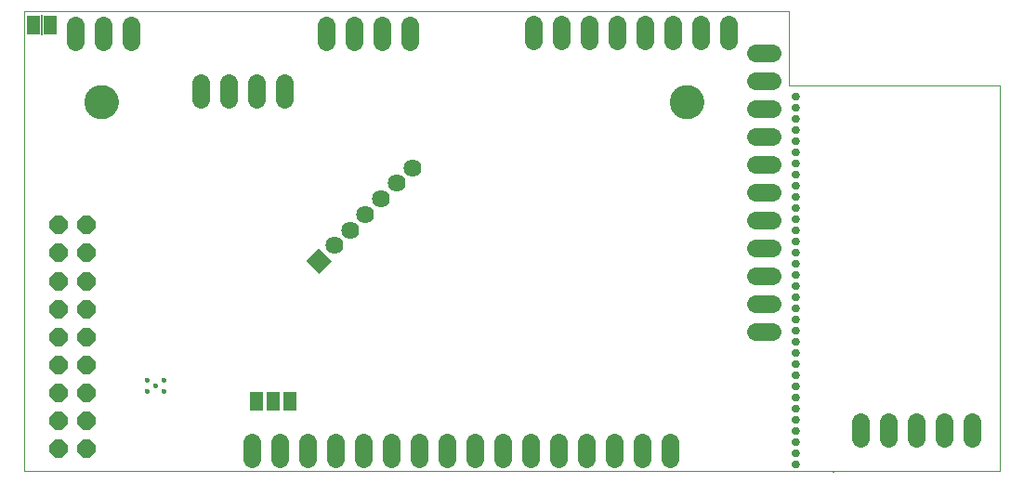
<source format=gbs>
G75*
%MOIN*%
%OFA0B0*%
%FSLAX25Y25*%
%IPPOS*%
%LPD*%
%AMOC8*
5,1,8,0,0,1.08239X$1,22.5*
%
%ADD10C,0.00000*%
%ADD11C,0.12211*%
%ADD12C,0.02762*%
%ADD13C,0.01581*%
%ADD14C,0.06400*%
%ADD15OC8,0.06400*%
%ADD16R,0.05000X0.06700*%
%ADD17R,0.00600X0.07200*%
%ADD18R,0.06400X0.06400*%
%ADD19C,0.06400*%
D10*
X0007278Y0003400D02*
X0357278Y0003400D01*
X0357278Y0142000D01*
X0356478Y0142000D01*
X0357278Y0142001D02*
X0297318Y0142001D01*
X0297478Y0142000D02*
X0281378Y0142000D01*
X0281378Y0168400D01*
X0007278Y0168400D01*
X0007278Y0003400D01*
X0050710Y0032156D02*
X0050712Y0032204D01*
X0050718Y0032252D01*
X0050728Y0032299D01*
X0050741Y0032345D01*
X0050759Y0032390D01*
X0050779Y0032434D01*
X0050804Y0032476D01*
X0050832Y0032515D01*
X0050862Y0032552D01*
X0050896Y0032586D01*
X0050933Y0032618D01*
X0050971Y0032647D01*
X0051012Y0032672D01*
X0051055Y0032694D01*
X0051100Y0032712D01*
X0051146Y0032726D01*
X0051193Y0032737D01*
X0051241Y0032744D01*
X0051289Y0032747D01*
X0051337Y0032746D01*
X0051385Y0032741D01*
X0051433Y0032732D01*
X0051479Y0032720D01*
X0051524Y0032703D01*
X0051568Y0032683D01*
X0051610Y0032660D01*
X0051650Y0032633D01*
X0051688Y0032603D01*
X0051723Y0032570D01*
X0051755Y0032534D01*
X0051785Y0032496D01*
X0051811Y0032455D01*
X0051833Y0032412D01*
X0051853Y0032368D01*
X0051868Y0032323D01*
X0051880Y0032276D01*
X0051888Y0032228D01*
X0051892Y0032180D01*
X0051892Y0032132D01*
X0051888Y0032084D01*
X0051880Y0032036D01*
X0051868Y0031989D01*
X0051853Y0031944D01*
X0051833Y0031900D01*
X0051811Y0031857D01*
X0051785Y0031816D01*
X0051755Y0031778D01*
X0051723Y0031742D01*
X0051688Y0031709D01*
X0051650Y0031679D01*
X0051610Y0031652D01*
X0051568Y0031629D01*
X0051524Y0031609D01*
X0051479Y0031592D01*
X0051433Y0031580D01*
X0051385Y0031571D01*
X0051337Y0031566D01*
X0051289Y0031565D01*
X0051241Y0031568D01*
X0051193Y0031575D01*
X0051146Y0031586D01*
X0051100Y0031600D01*
X0051055Y0031618D01*
X0051012Y0031640D01*
X0050971Y0031665D01*
X0050933Y0031694D01*
X0050896Y0031726D01*
X0050862Y0031760D01*
X0050832Y0031797D01*
X0050804Y0031836D01*
X0050779Y0031878D01*
X0050759Y0031922D01*
X0050741Y0031967D01*
X0050728Y0032013D01*
X0050718Y0032060D01*
X0050712Y0032108D01*
X0050710Y0032156D01*
X0053662Y0034125D02*
X0053664Y0034173D01*
X0053670Y0034221D01*
X0053680Y0034268D01*
X0053693Y0034314D01*
X0053711Y0034359D01*
X0053731Y0034403D01*
X0053756Y0034445D01*
X0053784Y0034484D01*
X0053814Y0034521D01*
X0053848Y0034555D01*
X0053885Y0034587D01*
X0053923Y0034616D01*
X0053964Y0034641D01*
X0054007Y0034663D01*
X0054052Y0034681D01*
X0054098Y0034695D01*
X0054145Y0034706D01*
X0054193Y0034713D01*
X0054241Y0034716D01*
X0054289Y0034715D01*
X0054337Y0034710D01*
X0054385Y0034701D01*
X0054431Y0034689D01*
X0054476Y0034672D01*
X0054520Y0034652D01*
X0054562Y0034629D01*
X0054602Y0034602D01*
X0054640Y0034572D01*
X0054675Y0034539D01*
X0054707Y0034503D01*
X0054737Y0034465D01*
X0054763Y0034424D01*
X0054785Y0034381D01*
X0054805Y0034337D01*
X0054820Y0034292D01*
X0054832Y0034245D01*
X0054840Y0034197D01*
X0054844Y0034149D01*
X0054844Y0034101D01*
X0054840Y0034053D01*
X0054832Y0034005D01*
X0054820Y0033958D01*
X0054805Y0033913D01*
X0054785Y0033869D01*
X0054763Y0033826D01*
X0054737Y0033785D01*
X0054707Y0033747D01*
X0054675Y0033711D01*
X0054640Y0033678D01*
X0054602Y0033648D01*
X0054562Y0033621D01*
X0054520Y0033598D01*
X0054476Y0033578D01*
X0054431Y0033561D01*
X0054385Y0033549D01*
X0054337Y0033540D01*
X0054289Y0033535D01*
X0054241Y0033534D01*
X0054193Y0033537D01*
X0054145Y0033544D01*
X0054098Y0033555D01*
X0054052Y0033569D01*
X0054007Y0033587D01*
X0053964Y0033609D01*
X0053923Y0033634D01*
X0053885Y0033663D01*
X0053848Y0033695D01*
X0053814Y0033729D01*
X0053784Y0033766D01*
X0053756Y0033805D01*
X0053731Y0033847D01*
X0053711Y0033891D01*
X0053693Y0033936D01*
X0053680Y0033982D01*
X0053670Y0034029D01*
X0053664Y0034077D01*
X0053662Y0034125D01*
X0050710Y0036094D02*
X0050712Y0036142D01*
X0050718Y0036190D01*
X0050728Y0036237D01*
X0050741Y0036283D01*
X0050759Y0036328D01*
X0050779Y0036372D01*
X0050804Y0036414D01*
X0050832Y0036453D01*
X0050862Y0036490D01*
X0050896Y0036524D01*
X0050933Y0036556D01*
X0050971Y0036585D01*
X0051012Y0036610D01*
X0051055Y0036632D01*
X0051100Y0036650D01*
X0051146Y0036664D01*
X0051193Y0036675D01*
X0051241Y0036682D01*
X0051289Y0036685D01*
X0051337Y0036684D01*
X0051385Y0036679D01*
X0051433Y0036670D01*
X0051479Y0036658D01*
X0051524Y0036641D01*
X0051568Y0036621D01*
X0051610Y0036598D01*
X0051650Y0036571D01*
X0051688Y0036541D01*
X0051723Y0036508D01*
X0051755Y0036472D01*
X0051785Y0036434D01*
X0051811Y0036393D01*
X0051833Y0036350D01*
X0051853Y0036306D01*
X0051868Y0036261D01*
X0051880Y0036214D01*
X0051888Y0036166D01*
X0051892Y0036118D01*
X0051892Y0036070D01*
X0051888Y0036022D01*
X0051880Y0035974D01*
X0051868Y0035927D01*
X0051853Y0035882D01*
X0051833Y0035838D01*
X0051811Y0035795D01*
X0051785Y0035754D01*
X0051755Y0035716D01*
X0051723Y0035680D01*
X0051688Y0035647D01*
X0051650Y0035617D01*
X0051610Y0035590D01*
X0051568Y0035567D01*
X0051524Y0035547D01*
X0051479Y0035530D01*
X0051433Y0035518D01*
X0051385Y0035509D01*
X0051337Y0035504D01*
X0051289Y0035503D01*
X0051241Y0035506D01*
X0051193Y0035513D01*
X0051146Y0035524D01*
X0051100Y0035538D01*
X0051055Y0035556D01*
X0051012Y0035578D01*
X0050971Y0035603D01*
X0050933Y0035632D01*
X0050896Y0035664D01*
X0050862Y0035698D01*
X0050832Y0035735D01*
X0050804Y0035774D01*
X0050779Y0035816D01*
X0050759Y0035860D01*
X0050741Y0035905D01*
X0050728Y0035951D01*
X0050718Y0035998D01*
X0050712Y0036046D01*
X0050710Y0036094D01*
X0056615Y0036094D02*
X0056617Y0036142D01*
X0056623Y0036190D01*
X0056633Y0036237D01*
X0056646Y0036283D01*
X0056664Y0036328D01*
X0056684Y0036372D01*
X0056709Y0036414D01*
X0056737Y0036453D01*
X0056767Y0036490D01*
X0056801Y0036524D01*
X0056838Y0036556D01*
X0056876Y0036585D01*
X0056917Y0036610D01*
X0056960Y0036632D01*
X0057005Y0036650D01*
X0057051Y0036664D01*
X0057098Y0036675D01*
X0057146Y0036682D01*
X0057194Y0036685D01*
X0057242Y0036684D01*
X0057290Y0036679D01*
X0057338Y0036670D01*
X0057384Y0036658D01*
X0057429Y0036641D01*
X0057473Y0036621D01*
X0057515Y0036598D01*
X0057555Y0036571D01*
X0057593Y0036541D01*
X0057628Y0036508D01*
X0057660Y0036472D01*
X0057690Y0036434D01*
X0057716Y0036393D01*
X0057738Y0036350D01*
X0057758Y0036306D01*
X0057773Y0036261D01*
X0057785Y0036214D01*
X0057793Y0036166D01*
X0057797Y0036118D01*
X0057797Y0036070D01*
X0057793Y0036022D01*
X0057785Y0035974D01*
X0057773Y0035927D01*
X0057758Y0035882D01*
X0057738Y0035838D01*
X0057716Y0035795D01*
X0057690Y0035754D01*
X0057660Y0035716D01*
X0057628Y0035680D01*
X0057593Y0035647D01*
X0057555Y0035617D01*
X0057515Y0035590D01*
X0057473Y0035567D01*
X0057429Y0035547D01*
X0057384Y0035530D01*
X0057338Y0035518D01*
X0057290Y0035509D01*
X0057242Y0035504D01*
X0057194Y0035503D01*
X0057146Y0035506D01*
X0057098Y0035513D01*
X0057051Y0035524D01*
X0057005Y0035538D01*
X0056960Y0035556D01*
X0056917Y0035578D01*
X0056876Y0035603D01*
X0056838Y0035632D01*
X0056801Y0035664D01*
X0056767Y0035698D01*
X0056737Y0035735D01*
X0056709Y0035774D01*
X0056684Y0035816D01*
X0056664Y0035860D01*
X0056646Y0035905D01*
X0056633Y0035951D01*
X0056623Y0035998D01*
X0056617Y0036046D01*
X0056615Y0036094D01*
X0056615Y0032156D02*
X0056617Y0032204D01*
X0056623Y0032252D01*
X0056633Y0032299D01*
X0056646Y0032345D01*
X0056664Y0032390D01*
X0056684Y0032434D01*
X0056709Y0032476D01*
X0056737Y0032515D01*
X0056767Y0032552D01*
X0056801Y0032586D01*
X0056838Y0032618D01*
X0056876Y0032647D01*
X0056917Y0032672D01*
X0056960Y0032694D01*
X0057005Y0032712D01*
X0057051Y0032726D01*
X0057098Y0032737D01*
X0057146Y0032744D01*
X0057194Y0032747D01*
X0057242Y0032746D01*
X0057290Y0032741D01*
X0057338Y0032732D01*
X0057384Y0032720D01*
X0057429Y0032703D01*
X0057473Y0032683D01*
X0057515Y0032660D01*
X0057555Y0032633D01*
X0057593Y0032603D01*
X0057628Y0032570D01*
X0057660Y0032534D01*
X0057690Y0032496D01*
X0057716Y0032455D01*
X0057738Y0032412D01*
X0057758Y0032368D01*
X0057773Y0032323D01*
X0057785Y0032276D01*
X0057793Y0032228D01*
X0057797Y0032180D01*
X0057797Y0032132D01*
X0057793Y0032084D01*
X0057785Y0032036D01*
X0057773Y0031989D01*
X0057758Y0031944D01*
X0057738Y0031900D01*
X0057716Y0031857D01*
X0057690Y0031816D01*
X0057660Y0031778D01*
X0057628Y0031742D01*
X0057593Y0031709D01*
X0057555Y0031679D01*
X0057515Y0031652D01*
X0057473Y0031629D01*
X0057429Y0031609D01*
X0057384Y0031592D01*
X0057338Y0031580D01*
X0057290Y0031571D01*
X0057242Y0031566D01*
X0057194Y0031565D01*
X0057146Y0031568D01*
X0057098Y0031575D01*
X0057051Y0031586D01*
X0057005Y0031600D01*
X0056960Y0031618D01*
X0056917Y0031640D01*
X0056876Y0031665D01*
X0056838Y0031694D01*
X0056801Y0031726D01*
X0056767Y0031760D01*
X0056737Y0031797D01*
X0056709Y0031836D01*
X0056684Y0031878D01*
X0056664Y0031922D01*
X0056646Y0031967D01*
X0056633Y0032013D01*
X0056623Y0032060D01*
X0056617Y0032108D01*
X0056615Y0032156D01*
X0028972Y0136000D02*
X0028974Y0136153D01*
X0028980Y0136307D01*
X0028990Y0136460D01*
X0029004Y0136612D01*
X0029022Y0136765D01*
X0029044Y0136916D01*
X0029069Y0137067D01*
X0029099Y0137218D01*
X0029133Y0137368D01*
X0029170Y0137516D01*
X0029211Y0137664D01*
X0029256Y0137810D01*
X0029305Y0137956D01*
X0029358Y0138100D01*
X0029414Y0138242D01*
X0029474Y0138383D01*
X0029538Y0138523D01*
X0029605Y0138661D01*
X0029676Y0138797D01*
X0029751Y0138931D01*
X0029828Y0139063D01*
X0029910Y0139193D01*
X0029994Y0139321D01*
X0030082Y0139447D01*
X0030173Y0139570D01*
X0030267Y0139691D01*
X0030365Y0139809D01*
X0030465Y0139925D01*
X0030569Y0140038D01*
X0030675Y0140149D01*
X0030784Y0140257D01*
X0030896Y0140362D01*
X0031010Y0140463D01*
X0031128Y0140562D01*
X0031247Y0140658D01*
X0031369Y0140751D01*
X0031494Y0140840D01*
X0031621Y0140927D01*
X0031750Y0141009D01*
X0031881Y0141089D01*
X0032014Y0141165D01*
X0032149Y0141238D01*
X0032286Y0141307D01*
X0032425Y0141372D01*
X0032565Y0141434D01*
X0032707Y0141492D01*
X0032850Y0141547D01*
X0032995Y0141598D01*
X0033141Y0141645D01*
X0033288Y0141688D01*
X0033436Y0141727D01*
X0033585Y0141763D01*
X0033735Y0141794D01*
X0033886Y0141822D01*
X0034037Y0141846D01*
X0034190Y0141866D01*
X0034342Y0141882D01*
X0034495Y0141894D01*
X0034648Y0141902D01*
X0034801Y0141906D01*
X0034955Y0141906D01*
X0035108Y0141902D01*
X0035261Y0141894D01*
X0035414Y0141882D01*
X0035566Y0141866D01*
X0035719Y0141846D01*
X0035870Y0141822D01*
X0036021Y0141794D01*
X0036171Y0141763D01*
X0036320Y0141727D01*
X0036468Y0141688D01*
X0036615Y0141645D01*
X0036761Y0141598D01*
X0036906Y0141547D01*
X0037049Y0141492D01*
X0037191Y0141434D01*
X0037331Y0141372D01*
X0037470Y0141307D01*
X0037607Y0141238D01*
X0037742Y0141165D01*
X0037875Y0141089D01*
X0038006Y0141009D01*
X0038135Y0140927D01*
X0038262Y0140840D01*
X0038387Y0140751D01*
X0038509Y0140658D01*
X0038628Y0140562D01*
X0038746Y0140463D01*
X0038860Y0140362D01*
X0038972Y0140257D01*
X0039081Y0140149D01*
X0039187Y0140038D01*
X0039291Y0139925D01*
X0039391Y0139809D01*
X0039489Y0139691D01*
X0039583Y0139570D01*
X0039674Y0139447D01*
X0039762Y0139321D01*
X0039846Y0139193D01*
X0039928Y0139063D01*
X0040005Y0138931D01*
X0040080Y0138797D01*
X0040151Y0138661D01*
X0040218Y0138523D01*
X0040282Y0138383D01*
X0040342Y0138242D01*
X0040398Y0138100D01*
X0040451Y0137956D01*
X0040500Y0137810D01*
X0040545Y0137664D01*
X0040586Y0137516D01*
X0040623Y0137368D01*
X0040657Y0137218D01*
X0040687Y0137067D01*
X0040712Y0136916D01*
X0040734Y0136765D01*
X0040752Y0136612D01*
X0040766Y0136460D01*
X0040776Y0136307D01*
X0040782Y0136153D01*
X0040784Y0136000D01*
X0040782Y0135847D01*
X0040776Y0135693D01*
X0040766Y0135540D01*
X0040752Y0135388D01*
X0040734Y0135235D01*
X0040712Y0135084D01*
X0040687Y0134933D01*
X0040657Y0134782D01*
X0040623Y0134632D01*
X0040586Y0134484D01*
X0040545Y0134336D01*
X0040500Y0134190D01*
X0040451Y0134044D01*
X0040398Y0133900D01*
X0040342Y0133758D01*
X0040282Y0133617D01*
X0040218Y0133477D01*
X0040151Y0133339D01*
X0040080Y0133203D01*
X0040005Y0133069D01*
X0039928Y0132937D01*
X0039846Y0132807D01*
X0039762Y0132679D01*
X0039674Y0132553D01*
X0039583Y0132430D01*
X0039489Y0132309D01*
X0039391Y0132191D01*
X0039291Y0132075D01*
X0039187Y0131962D01*
X0039081Y0131851D01*
X0038972Y0131743D01*
X0038860Y0131638D01*
X0038746Y0131537D01*
X0038628Y0131438D01*
X0038509Y0131342D01*
X0038387Y0131249D01*
X0038262Y0131160D01*
X0038135Y0131073D01*
X0038006Y0130991D01*
X0037875Y0130911D01*
X0037742Y0130835D01*
X0037607Y0130762D01*
X0037470Y0130693D01*
X0037331Y0130628D01*
X0037191Y0130566D01*
X0037049Y0130508D01*
X0036906Y0130453D01*
X0036761Y0130402D01*
X0036615Y0130355D01*
X0036468Y0130312D01*
X0036320Y0130273D01*
X0036171Y0130237D01*
X0036021Y0130206D01*
X0035870Y0130178D01*
X0035719Y0130154D01*
X0035566Y0130134D01*
X0035414Y0130118D01*
X0035261Y0130106D01*
X0035108Y0130098D01*
X0034955Y0130094D01*
X0034801Y0130094D01*
X0034648Y0130098D01*
X0034495Y0130106D01*
X0034342Y0130118D01*
X0034190Y0130134D01*
X0034037Y0130154D01*
X0033886Y0130178D01*
X0033735Y0130206D01*
X0033585Y0130237D01*
X0033436Y0130273D01*
X0033288Y0130312D01*
X0033141Y0130355D01*
X0032995Y0130402D01*
X0032850Y0130453D01*
X0032707Y0130508D01*
X0032565Y0130566D01*
X0032425Y0130628D01*
X0032286Y0130693D01*
X0032149Y0130762D01*
X0032014Y0130835D01*
X0031881Y0130911D01*
X0031750Y0130991D01*
X0031621Y0131073D01*
X0031494Y0131160D01*
X0031369Y0131249D01*
X0031247Y0131342D01*
X0031128Y0131438D01*
X0031010Y0131537D01*
X0030896Y0131638D01*
X0030784Y0131743D01*
X0030675Y0131851D01*
X0030569Y0131962D01*
X0030465Y0132075D01*
X0030365Y0132191D01*
X0030267Y0132309D01*
X0030173Y0132430D01*
X0030082Y0132553D01*
X0029994Y0132679D01*
X0029910Y0132807D01*
X0029828Y0132937D01*
X0029751Y0133069D01*
X0029676Y0133203D01*
X0029605Y0133339D01*
X0029538Y0133477D01*
X0029474Y0133617D01*
X0029414Y0133758D01*
X0029358Y0133900D01*
X0029305Y0134044D01*
X0029256Y0134190D01*
X0029211Y0134336D01*
X0029170Y0134484D01*
X0029133Y0134632D01*
X0029099Y0134782D01*
X0029069Y0134933D01*
X0029044Y0135084D01*
X0029022Y0135235D01*
X0029004Y0135388D01*
X0028990Y0135540D01*
X0028980Y0135693D01*
X0028974Y0135847D01*
X0028972Y0136000D01*
X0238972Y0136000D02*
X0238974Y0136153D01*
X0238980Y0136307D01*
X0238990Y0136460D01*
X0239004Y0136612D01*
X0239022Y0136765D01*
X0239044Y0136916D01*
X0239069Y0137067D01*
X0239099Y0137218D01*
X0239133Y0137368D01*
X0239170Y0137516D01*
X0239211Y0137664D01*
X0239256Y0137810D01*
X0239305Y0137956D01*
X0239358Y0138100D01*
X0239414Y0138242D01*
X0239474Y0138383D01*
X0239538Y0138523D01*
X0239605Y0138661D01*
X0239676Y0138797D01*
X0239751Y0138931D01*
X0239828Y0139063D01*
X0239910Y0139193D01*
X0239994Y0139321D01*
X0240082Y0139447D01*
X0240173Y0139570D01*
X0240267Y0139691D01*
X0240365Y0139809D01*
X0240465Y0139925D01*
X0240569Y0140038D01*
X0240675Y0140149D01*
X0240784Y0140257D01*
X0240896Y0140362D01*
X0241010Y0140463D01*
X0241128Y0140562D01*
X0241247Y0140658D01*
X0241369Y0140751D01*
X0241494Y0140840D01*
X0241621Y0140927D01*
X0241750Y0141009D01*
X0241881Y0141089D01*
X0242014Y0141165D01*
X0242149Y0141238D01*
X0242286Y0141307D01*
X0242425Y0141372D01*
X0242565Y0141434D01*
X0242707Y0141492D01*
X0242850Y0141547D01*
X0242995Y0141598D01*
X0243141Y0141645D01*
X0243288Y0141688D01*
X0243436Y0141727D01*
X0243585Y0141763D01*
X0243735Y0141794D01*
X0243886Y0141822D01*
X0244037Y0141846D01*
X0244190Y0141866D01*
X0244342Y0141882D01*
X0244495Y0141894D01*
X0244648Y0141902D01*
X0244801Y0141906D01*
X0244955Y0141906D01*
X0245108Y0141902D01*
X0245261Y0141894D01*
X0245414Y0141882D01*
X0245566Y0141866D01*
X0245719Y0141846D01*
X0245870Y0141822D01*
X0246021Y0141794D01*
X0246171Y0141763D01*
X0246320Y0141727D01*
X0246468Y0141688D01*
X0246615Y0141645D01*
X0246761Y0141598D01*
X0246906Y0141547D01*
X0247049Y0141492D01*
X0247191Y0141434D01*
X0247331Y0141372D01*
X0247470Y0141307D01*
X0247607Y0141238D01*
X0247742Y0141165D01*
X0247875Y0141089D01*
X0248006Y0141009D01*
X0248135Y0140927D01*
X0248262Y0140840D01*
X0248387Y0140751D01*
X0248509Y0140658D01*
X0248628Y0140562D01*
X0248746Y0140463D01*
X0248860Y0140362D01*
X0248972Y0140257D01*
X0249081Y0140149D01*
X0249187Y0140038D01*
X0249291Y0139925D01*
X0249391Y0139809D01*
X0249489Y0139691D01*
X0249583Y0139570D01*
X0249674Y0139447D01*
X0249762Y0139321D01*
X0249846Y0139193D01*
X0249928Y0139063D01*
X0250005Y0138931D01*
X0250080Y0138797D01*
X0250151Y0138661D01*
X0250218Y0138523D01*
X0250282Y0138383D01*
X0250342Y0138242D01*
X0250398Y0138100D01*
X0250451Y0137956D01*
X0250500Y0137810D01*
X0250545Y0137664D01*
X0250586Y0137516D01*
X0250623Y0137368D01*
X0250657Y0137218D01*
X0250687Y0137067D01*
X0250712Y0136916D01*
X0250734Y0136765D01*
X0250752Y0136612D01*
X0250766Y0136460D01*
X0250776Y0136307D01*
X0250782Y0136153D01*
X0250784Y0136000D01*
X0250782Y0135847D01*
X0250776Y0135693D01*
X0250766Y0135540D01*
X0250752Y0135388D01*
X0250734Y0135235D01*
X0250712Y0135084D01*
X0250687Y0134933D01*
X0250657Y0134782D01*
X0250623Y0134632D01*
X0250586Y0134484D01*
X0250545Y0134336D01*
X0250500Y0134190D01*
X0250451Y0134044D01*
X0250398Y0133900D01*
X0250342Y0133758D01*
X0250282Y0133617D01*
X0250218Y0133477D01*
X0250151Y0133339D01*
X0250080Y0133203D01*
X0250005Y0133069D01*
X0249928Y0132937D01*
X0249846Y0132807D01*
X0249762Y0132679D01*
X0249674Y0132553D01*
X0249583Y0132430D01*
X0249489Y0132309D01*
X0249391Y0132191D01*
X0249291Y0132075D01*
X0249187Y0131962D01*
X0249081Y0131851D01*
X0248972Y0131743D01*
X0248860Y0131638D01*
X0248746Y0131537D01*
X0248628Y0131438D01*
X0248509Y0131342D01*
X0248387Y0131249D01*
X0248262Y0131160D01*
X0248135Y0131073D01*
X0248006Y0130991D01*
X0247875Y0130911D01*
X0247742Y0130835D01*
X0247607Y0130762D01*
X0247470Y0130693D01*
X0247331Y0130628D01*
X0247191Y0130566D01*
X0247049Y0130508D01*
X0246906Y0130453D01*
X0246761Y0130402D01*
X0246615Y0130355D01*
X0246468Y0130312D01*
X0246320Y0130273D01*
X0246171Y0130237D01*
X0246021Y0130206D01*
X0245870Y0130178D01*
X0245719Y0130154D01*
X0245566Y0130134D01*
X0245414Y0130118D01*
X0245261Y0130106D01*
X0245108Y0130098D01*
X0244955Y0130094D01*
X0244801Y0130094D01*
X0244648Y0130098D01*
X0244495Y0130106D01*
X0244342Y0130118D01*
X0244190Y0130134D01*
X0244037Y0130154D01*
X0243886Y0130178D01*
X0243735Y0130206D01*
X0243585Y0130237D01*
X0243436Y0130273D01*
X0243288Y0130312D01*
X0243141Y0130355D01*
X0242995Y0130402D01*
X0242850Y0130453D01*
X0242707Y0130508D01*
X0242565Y0130566D01*
X0242425Y0130628D01*
X0242286Y0130693D01*
X0242149Y0130762D01*
X0242014Y0130835D01*
X0241881Y0130911D01*
X0241750Y0130991D01*
X0241621Y0131073D01*
X0241494Y0131160D01*
X0241369Y0131249D01*
X0241247Y0131342D01*
X0241128Y0131438D01*
X0241010Y0131537D01*
X0240896Y0131638D01*
X0240784Y0131743D01*
X0240675Y0131851D01*
X0240569Y0131962D01*
X0240465Y0132075D01*
X0240365Y0132191D01*
X0240267Y0132309D01*
X0240173Y0132430D01*
X0240082Y0132553D01*
X0239994Y0132679D01*
X0239910Y0132807D01*
X0239828Y0132937D01*
X0239751Y0133069D01*
X0239676Y0133203D01*
X0239605Y0133339D01*
X0239538Y0133477D01*
X0239474Y0133617D01*
X0239414Y0133758D01*
X0239358Y0133900D01*
X0239305Y0134044D01*
X0239256Y0134190D01*
X0239211Y0134336D01*
X0239170Y0134484D01*
X0239133Y0134632D01*
X0239099Y0134782D01*
X0239069Y0134933D01*
X0239044Y0135084D01*
X0239022Y0135235D01*
X0239004Y0135388D01*
X0238990Y0135540D01*
X0238980Y0135693D01*
X0238974Y0135847D01*
X0238972Y0136000D01*
X0282697Y0134000D02*
X0282699Y0134069D01*
X0282705Y0134137D01*
X0282715Y0134205D01*
X0282729Y0134272D01*
X0282747Y0134339D01*
X0282768Y0134404D01*
X0282794Y0134468D01*
X0282823Y0134530D01*
X0282855Y0134590D01*
X0282891Y0134649D01*
X0282931Y0134705D01*
X0282973Y0134759D01*
X0283019Y0134810D01*
X0283068Y0134859D01*
X0283119Y0134905D01*
X0283173Y0134947D01*
X0283229Y0134987D01*
X0283287Y0135023D01*
X0283348Y0135055D01*
X0283410Y0135084D01*
X0283474Y0135110D01*
X0283539Y0135131D01*
X0283606Y0135149D01*
X0283673Y0135163D01*
X0283741Y0135173D01*
X0283809Y0135179D01*
X0283878Y0135181D01*
X0283947Y0135179D01*
X0284015Y0135173D01*
X0284083Y0135163D01*
X0284150Y0135149D01*
X0284217Y0135131D01*
X0284282Y0135110D01*
X0284346Y0135084D01*
X0284408Y0135055D01*
X0284468Y0135023D01*
X0284527Y0134987D01*
X0284583Y0134947D01*
X0284637Y0134905D01*
X0284688Y0134859D01*
X0284737Y0134810D01*
X0284783Y0134759D01*
X0284825Y0134705D01*
X0284865Y0134649D01*
X0284901Y0134590D01*
X0284933Y0134530D01*
X0284962Y0134468D01*
X0284988Y0134404D01*
X0285009Y0134339D01*
X0285027Y0134272D01*
X0285041Y0134205D01*
X0285051Y0134137D01*
X0285057Y0134069D01*
X0285059Y0134000D01*
X0285057Y0133931D01*
X0285051Y0133863D01*
X0285041Y0133795D01*
X0285027Y0133728D01*
X0285009Y0133661D01*
X0284988Y0133596D01*
X0284962Y0133532D01*
X0284933Y0133470D01*
X0284901Y0133409D01*
X0284865Y0133351D01*
X0284825Y0133295D01*
X0284783Y0133241D01*
X0284737Y0133190D01*
X0284688Y0133141D01*
X0284637Y0133095D01*
X0284583Y0133053D01*
X0284527Y0133013D01*
X0284469Y0132977D01*
X0284408Y0132945D01*
X0284346Y0132916D01*
X0284282Y0132890D01*
X0284217Y0132869D01*
X0284150Y0132851D01*
X0284083Y0132837D01*
X0284015Y0132827D01*
X0283947Y0132821D01*
X0283878Y0132819D01*
X0283809Y0132821D01*
X0283741Y0132827D01*
X0283673Y0132837D01*
X0283606Y0132851D01*
X0283539Y0132869D01*
X0283474Y0132890D01*
X0283410Y0132916D01*
X0283348Y0132945D01*
X0283287Y0132977D01*
X0283229Y0133013D01*
X0283173Y0133053D01*
X0283119Y0133095D01*
X0283068Y0133141D01*
X0283019Y0133190D01*
X0282973Y0133241D01*
X0282931Y0133295D01*
X0282891Y0133351D01*
X0282855Y0133409D01*
X0282823Y0133470D01*
X0282794Y0133532D01*
X0282768Y0133596D01*
X0282747Y0133661D01*
X0282729Y0133728D01*
X0282715Y0133795D01*
X0282705Y0133863D01*
X0282699Y0133931D01*
X0282697Y0134000D01*
X0282697Y0130000D02*
X0282699Y0130069D01*
X0282705Y0130137D01*
X0282715Y0130205D01*
X0282729Y0130272D01*
X0282747Y0130339D01*
X0282768Y0130404D01*
X0282794Y0130468D01*
X0282823Y0130530D01*
X0282855Y0130590D01*
X0282891Y0130649D01*
X0282931Y0130705D01*
X0282973Y0130759D01*
X0283019Y0130810D01*
X0283068Y0130859D01*
X0283119Y0130905D01*
X0283173Y0130947D01*
X0283229Y0130987D01*
X0283287Y0131023D01*
X0283348Y0131055D01*
X0283410Y0131084D01*
X0283474Y0131110D01*
X0283539Y0131131D01*
X0283606Y0131149D01*
X0283673Y0131163D01*
X0283741Y0131173D01*
X0283809Y0131179D01*
X0283878Y0131181D01*
X0283947Y0131179D01*
X0284015Y0131173D01*
X0284083Y0131163D01*
X0284150Y0131149D01*
X0284217Y0131131D01*
X0284282Y0131110D01*
X0284346Y0131084D01*
X0284408Y0131055D01*
X0284468Y0131023D01*
X0284527Y0130987D01*
X0284583Y0130947D01*
X0284637Y0130905D01*
X0284688Y0130859D01*
X0284737Y0130810D01*
X0284783Y0130759D01*
X0284825Y0130705D01*
X0284865Y0130649D01*
X0284901Y0130590D01*
X0284933Y0130530D01*
X0284962Y0130468D01*
X0284988Y0130404D01*
X0285009Y0130339D01*
X0285027Y0130272D01*
X0285041Y0130205D01*
X0285051Y0130137D01*
X0285057Y0130069D01*
X0285059Y0130000D01*
X0285057Y0129931D01*
X0285051Y0129863D01*
X0285041Y0129795D01*
X0285027Y0129728D01*
X0285009Y0129661D01*
X0284988Y0129596D01*
X0284962Y0129532D01*
X0284933Y0129470D01*
X0284901Y0129409D01*
X0284865Y0129351D01*
X0284825Y0129295D01*
X0284783Y0129241D01*
X0284737Y0129190D01*
X0284688Y0129141D01*
X0284637Y0129095D01*
X0284583Y0129053D01*
X0284527Y0129013D01*
X0284469Y0128977D01*
X0284408Y0128945D01*
X0284346Y0128916D01*
X0284282Y0128890D01*
X0284217Y0128869D01*
X0284150Y0128851D01*
X0284083Y0128837D01*
X0284015Y0128827D01*
X0283947Y0128821D01*
X0283878Y0128819D01*
X0283809Y0128821D01*
X0283741Y0128827D01*
X0283673Y0128837D01*
X0283606Y0128851D01*
X0283539Y0128869D01*
X0283474Y0128890D01*
X0283410Y0128916D01*
X0283348Y0128945D01*
X0283287Y0128977D01*
X0283229Y0129013D01*
X0283173Y0129053D01*
X0283119Y0129095D01*
X0283068Y0129141D01*
X0283019Y0129190D01*
X0282973Y0129241D01*
X0282931Y0129295D01*
X0282891Y0129351D01*
X0282855Y0129409D01*
X0282823Y0129470D01*
X0282794Y0129532D01*
X0282768Y0129596D01*
X0282747Y0129661D01*
X0282729Y0129728D01*
X0282715Y0129795D01*
X0282705Y0129863D01*
X0282699Y0129931D01*
X0282697Y0130000D01*
X0282697Y0126000D02*
X0282699Y0126069D01*
X0282705Y0126137D01*
X0282715Y0126205D01*
X0282729Y0126272D01*
X0282747Y0126339D01*
X0282768Y0126404D01*
X0282794Y0126468D01*
X0282823Y0126530D01*
X0282855Y0126590D01*
X0282891Y0126649D01*
X0282931Y0126705D01*
X0282973Y0126759D01*
X0283019Y0126810D01*
X0283068Y0126859D01*
X0283119Y0126905D01*
X0283173Y0126947D01*
X0283229Y0126987D01*
X0283287Y0127023D01*
X0283348Y0127055D01*
X0283410Y0127084D01*
X0283474Y0127110D01*
X0283539Y0127131D01*
X0283606Y0127149D01*
X0283673Y0127163D01*
X0283741Y0127173D01*
X0283809Y0127179D01*
X0283878Y0127181D01*
X0283947Y0127179D01*
X0284015Y0127173D01*
X0284083Y0127163D01*
X0284150Y0127149D01*
X0284217Y0127131D01*
X0284282Y0127110D01*
X0284346Y0127084D01*
X0284408Y0127055D01*
X0284468Y0127023D01*
X0284527Y0126987D01*
X0284583Y0126947D01*
X0284637Y0126905D01*
X0284688Y0126859D01*
X0284737Y0126810D01*
X0284783Y0126759D01*
X0284825Y0126705D01*
X0284865Y0126649D01*
X0284901Y0126590D01*
X0284933Y0126530D01*
X0284962Y0126468D01*
X0284988Y0126404D01*
X0285009Y0126339D01*
X0285027Y0126272D01*
X0285041Y0126205D01*
X0285051Y0126137D01*
X0285057Y0126069D01*
X0285059Y0126000D01*
X0285057Y0125931D01*
X0285051Y0125863D01*
X0285041Y0125795D01*
X0285027Y0125728D01*
X0285009Y0125661D01*
X0284988Y0125596D01*
X0284962Y0125532D01*
X0284933Y0125470D01*
X0284901Y0125409D01*
X0284865Y0125351D01*
X0284825Y0125295D01*
X0284783Y0125241D01*
X0284737Y0125190D01*
X0284688Y0125141D01*
X0284637Y0125095D01*
X0284583Y0125053D01*
X0284527Y0125013D01*
X0284469Y0124977D01*
X0284408Y0124945D01*
X0284346Y0124916D01*
X0284282Y0124890D01*
X0284217Y0124869D01*
X0284150Y0124851D01*
X0284083Y0124837D01*
X0284015Y0124827D01*
X0283947Y0124821D01*
X0283878Y0124819D01*
X0283809Y0124821D01*
X0283741Y0124827D01*
X0283673Y0124837D01*
X0283606Y0124851D01*
X0283539Y0124869D01*
X0283474Y0124890D01*
X0283410Y0124916D01*
X0283348Y0124945D01*
X0283287Y0124977D01*
X0283229Y0125013D01*
X0283173Y0125053D01*
X0283119Y0125095D01*
X0283068Y0125141D01*
X0283019Y0125190D01*
X0282973Y0125241D01*
X0282931Y0125295D01*
X0282891Y0125351D01*
X0282855Y0125409D01*
X0282823Y0125470D01*
X0282794Y0125532D01*
X0282768Y0125596D01*
X0282747Y0125661D01*
X0282729Y0125728D01*
X0282715Y0125795D01*
X0282705Y0125863D01*
X0282699Y0125931D01*
X0282697Y0126000D01*
X0282697Y0122000D02*
X0282699Y0122069D01*
X0282705Y0122137D01*
X0282715Y0122205D01*
X0282729Y0122272D01*
X0282747Y0122339D01*
X0282768Y0122404D01*
X0282794Y0122468D01*
X0282823Y0122530D01*
X0282855Y0122590D01*
X0282891Y0122649D01*
X0282931Y0122705D01*
X0282973Y0122759D01*
X0283019Y0122810D01*
X0283068Y0122859D01*
X0283119Y0122905D01*
X0283173Y0122947D01*
X0283229Y0122987D01*
X0283287Y0123023D01*
X0283348Y0123055D01*
X0283410Y0123084D01*
X0283474Y0123110D01*
X0283539Y0123131D01*
X0283606Y0123149D01*
X0283673Y0123163D01*
X0283741Y0123173D01*
X0283809Y0123179D01*
X0283878Y0123181D01*
X0283947Y0123179D01*
X0284015Y0123173D01*
X0284083Y0123163D01*
X0284150Y0123149D01*
X0284217Y0123131D01*
X0284282Y0123110D01*
X0284346Y0123084D01*
X0284408Y0123055D01*
X0284468Y0123023D01*
X0284527Y0122987D01*
X0284583Y0122947D01*
X0284637Y0122905D01*
X0284688Y0122859D01*
X0284737Y0122810D01*
X0284783Y0122759D01*
X0284825Y0122705D01*
X0284865Y0122649D01*
X0284901Y0122590D01*
X0284933Y0122530D01*
X0284962Y0122468D01*
X0284988Y0122404D01*
X0285009Y0122339D01*
X0285027Y0122272D01*
X0285041Y0122205D01*
X0285051Y0122137D01*
X0285057Y0122069D01*
X0285059Y0122000D01*
X0285057Y0121931D01*
X0285051Y0121863D01*
X0285041Y0121795D01*
X0285027Y0121728D01*
X0285009Y0121661D01*
X0284988Y0121596D01*
X0284962Y0121532D01*
X0284933Y0121470D01*
X0284901Y0121409D01*
X0284865Y0121351D01*
X0284825Y0121295D01*
X0284783Y0121241D01*
X0284737Y0121190D01*
X0284688Y0121141D01*
X0284637Y0121095D01*
X0284583Y0121053D01*
X0284527Y0121013D01*
X0284469Y0120977D01*
X0284408Y0120945D01*
X0284346Y0120916D01*
X0284282Y0120890D01*
X0284217Y0120869D01*
X0284150Y0120851D01*
X0284083Y0120837D01*
X0284015Y0120827D01*
X0283947Y0120821D01*
X0283878Y0120819D01*
X0283809Y0120821D01*
X0283741Y0120827D01*
X0283673Y0120837D01*
X0283606Y0120851D01*
X0283539Y0120869D01*
X0283474Y0120890D01*
X0283410Y0120916D01*
X0283348Y0120945D01*
X0283287Y0120977D01*
X0283229Y0121013D01*
X0283173Y0121053D01*
X0283119Y0121095D01*
X0283068Y0121141D01*
X0283019Y0121190D01*
X0282973Y0121241D01*
X0282931Y0121295D01*
X0282891Y0121351D01*
X0282855Y0121409D01*
X0282823Y0121470D01*
X0282794Y0121532D01*
X0282768Y0121596D01*
X0282747Y0121661D01*
X0282729Y0121728D01*
X0282715Y0121795D01*
X0282705Y0121863D01*
X0282699Y0121931D01*
X0282697Y0122000D01*
X0282697Y0118000D02*
X0282699Y0118069D01*
X0282705Y0118137D01*
X0282715Y0118205D01*
X0282729Y0118272D01*
X0282747Y0118339D01*
X0282768Y0118404D01*
X0282794Y0118468D01*
X0282823Y0118530D01*
X0282855Y0118590D01*
X0282891Y0118649D01*
X0282931Y0118705D01*
X0282973Y0118759D01*
X0283019Y0118810D01*
X0283068Y0118859D01*
X0283119Y0118905D01*
X0283173Y0118947D01*
X0283229Y0118987D01*
X0283287Y0119023D01*
X0283348Y0119055D01*
X0283410Y0119084D01*
X0283474Y0119110D01*
X0283539Y0119131D01*
X0283606Y0119149D01*
X0283673Y0119163D01*
X0283741Y0119173D01*
X0283809Y0119179D01*
X0283878Y0119181D01*
X0283947Y0119179D01*
X0284015Y0119173D01*
X0284083Y0119163D01*
X0284150Y0119149D01*
X0284217Y0119131D01*
X0284282Y0119110D01*
X0284346Y0119084D01*
X0284408Y0119055D01*
X0284468Y0119023D01*
X0284527Y0118987D01*
X0284583Y0118947D01*
X0284637Y0118905D01*
X0284688Y0118859D01*
X0284737Y0118810D01*
X0284783Y0118759D01*
X0284825Y0118705D01*
X0284865Y0118649D01*
X0284901Y0118590D01*
X0284933Y0118530D01*
X0284962Y0118468D01*
X0284988Y0118404D01*
X0285009Y0118339D01*
X0285027Y0118272D01*
X0285041Y0118205D01*
X0285051Y0118137D01*
X0285057Y0118069D01*
X0285059Y0118000D01*
X0285057Y0117931D01*
X0285051Y0117863D01*
X0285041Y0117795D01*
X0285027Y0117728D01*
X0285009Y0117661D01*
X0284988Y0117596D01*
X0284962Y0117532D01*
X0284933Y0117470D01*
X0284901Y0117409D01*
X0284865Y0117351D01*
X0284825Y0117295D01*
X0284783Y0117241D01*
X0284737Y0117190D01*
X0284688Y0117141D01*
X0284637Y0117095D01*
X0284583Y0117053D01*
X0284527Y0117013D01*
X0284469Y0116977D01*
X0284408Y0116945D01*
X0284346Y0116916D01*
X0284282Y0116890D01*
X0284217Y0116869D01*
X0284150Y0116851D01*
X0284083Y0116837D01*
X0284015Y0116827D01*
X0283947Y0116821D01*
X0283878Y0116819D01*
X0283809Y0116821D01*
X0283741Y0116827D01*
X0283673Y0116837D01*
X0283606Y0116851D01*
X0283539Y0116869D01*
X0283474Y0116890D01*
X0283410Y0116916D01*
X0283348Y0116945D01*
X0283287Y0116977D01*
X0283229Y0117013D01*
X0283173Y0117053D01*
X0283119Y0117095D01*
X0283068Y0117141D01*
X0283019Y0117190D01*
X0282973Y0117241D01*
X0282931Y0117295D01*
X0282891Y0117351D01*
X0282855Y0117409D01*
X0282823Y0117470D01*
X0282794Y0117532D01*
X0282768Y0117596D01*
X0282747Y0117661D01*
X0282729Y0117728D01*
X0282715Y0117795D01*
X0282705Y0117863D01*
X0282699Y0117931D01*
X0282697Y0118000D01*
X0282697Y0114000D02*
X0282699Y0114069D01*
X0282705Y0114137D01*
X0282715Y0114205D01*
X0282729Y0114272D01*
X0282747Y0114339D01*
X0282768Y0114404D01*
X0282794Y0114468D01*
X0282823Y0114530D01*
X0282855Y0114590D01*
X0282891Y0114649D01*
X0282931Y0114705D01*
X0282973Y0114759D01*
X0283019Y0114810D01*
X0283068Y0114859D01*
X0283119Y0114905D01*
X0283173Y0114947D01*
X0283229Y0114987D01*
X0283287Y0115023D01*
X0283348Y0115055D01*
X0283410Y0115084D01*
X0283474Y0115110D01*
X0283539Y0115131D01*
X0283606Y0115149D01*
X0283673Y0115163D01*
X0283741Y0115173D01*
X0283809Y0115179D01*
X0283878Y0115181D01*
X0283947Y0115179D01*
X0284015Y0115173D01*
X0284083Y0115163D01*
X0284150Y0115149D01*
X0284217Y0115131D01*
X0284282Y0115110D01*
X0284346Y0115084D01*
X0284408Y0115055D01*
X0284468Y0115023D01*
X0284527Y0114987D01*
X0284583Y0114947D01*
X0284637Y0114905D01*
X0284688Y0114859D01*
X0284737Y0114810D01*
X0284783Y0114759D01*
X0284825Y0114705D01*
X0284865Y0114649D01*
X0284901Y0114590D01*
X0284933Y0114530D01*
X0284962Y0114468D01*
X0284988Y0114404D01*
X0285009Y0114339D01*
X0285027Y0114272D01*
X0285041Y0114205D01*
X0285051Y0114137D01*
X0285057Y0114069D01*
X0285059Y0114000D01*
X0285057Y0113931D01*
X0285051Y0113863D01*
X0285041Y0113795D01*
X0285027Y0113728D01*
X0285009Y0113661D01*
X0284988Y0113596D01*
X0284962Y0113532D01*
X0284933Y0113470D01*
X0284901Y0113409D01*
X0284865Y0113351D01*
X0284825Y0113295D01*
X0284783Y0113241D01*
X0284737Y0113190D01*
X0284688Y0113141D01*
X0284637Y0113095D01*
X0284583Y0113053D01*
X0284527Y0113013D01*
X0284469Y0112977D01*
X0284408Y0112945D01*
X0284346Y0112916D01*
X0284282Y0112890D01*
X0284217Y0112869D01*
X0284150Y0112851D01*
X0284083Y0112837D01*
X0284015Y0112827D01*
X0283947Y0112821D01*
X0283878Y0112819D01*
X0283809Y0112821D01*
X0283741Y0112827D01*
X0283673Y0112837D01*
X0283606Y0112851D01*
X0283539Y0112869D01*
X0283474Y0112890D01*
X0283410Y0112916D01*
X0283348Y0112945D01*
X0283287Y0112977D01*
X0283229Y0113013D01*
X0283173Y0113053D01*
X0283119Y0113095D01*
X0283068Y0113141D01*
X0283019Y0113190D01*
X0282973Y0113241D01*
X0282931Y0113295D01*
X0282891Y0113351D01*
X0282855Y0113409D01*
X0282823Y0113470D01*
X0282794Y0113532D01*
X0282768Y0113596D01*
X0282747Y0113661D01*
X0282729Y0113728D01*
X0282715Y0113795D01*
X0282705Y0113863D01*
X0282699Y0113931D01*
X0282697Y0114000D01*
X0282697Y0110000D02*
X0282699Y0110069D01*
X0282705Y0110137D01*
X0282715Y0110205D01*
X0282729Y0110272D01*
X0282747Y0110339D01*
X0282768Y0110404D01*
X0282794Y0110468D01*
X0282823Y0110530D01*
X0282855Y0110590D01*
X0282891Y0110649D01*
X0282931Y0110705D01*
X0282973Y0110759D01*
X0283019Y0110810D01*
X0283068Y0110859D01*
X0283119Y0110905D01*
X0283173Y0110947D01*
X0283229Y0110987D01*
X0283287Y0111023D01*
X0283348Y0111055D01*
X0283410Y0111084D01*
X0283474Y0111110D01*
X0283539Y0111131D01*
X0283606Y0111149D01*
X0283673Y0111163D01*
X0283741Y0111173D01*
X0283809Y0111179D01*
X0283878Y0111181D01*
X0283947Y0111179D01*
X0284015Y0111173D01*
X0284083Y0111163D01*
X0284150Y0111149D01*
X0284217Y0111131D01*
X0284282Y0111110D01*
X0284346Y0111084D01*
X0284408Y0111055D01*
X0284468Y0111023D01*
X0284527Y0110987D01*
X0284583Y0110947D01*
X0284637Y0110905D01*
X0284688Y0110859D01*
X0284737Y0110810D01*
X0284783Y0110759D01*
X0284825Y0110705D01*
X0284865Y0110649D01*
X0284901Y0110590D01*
X0284933Y0110530D01*
X0284962Y0110468D01*
X0284988Y0110404D01*
X0285009Y0110339D01*
X0285027Y0110272D01*
X0285041Y0110205D01*
X0285051Y0110137D01*
X0285057Y0110069D01*
X0285059Y0110000D01*
X0285057Y0109931D01*
X0285051Y0109863D01*
X0285041Y0109795D01*
X0285027Y0109728D01*
X0285009Y0109661D01*
X0284988Y0109596D01*
X0284962Y0109532D01*
X0284933Y0109470D01*
X0284901Y0109409D01*
X0284865Y0109351D01*
X0284825Y0109295D01*
X0284783Y0109241D01*
X0284737Y0109190D01*
X0284688Y0109141D01*
X0284637Y0109095D01*
X0284583Y0109053D01*
X0284527Y0109013D01*
X0284469Y0108977D01*
X0284408Y0108945D01*
X0284346Y0108916D01*
X0284282Y0108890D01*
X0284217Y0108869D01*
X0284150Y0108851D01*
X0284083Y0108837D01*
X0284015Y0108827D01*
X0283947Y0108821D01*
X0283878Y0108819D01*
X0283809Y0108821D01*
X0283741Y0108827D01*
X0283673Y0108837D01*
X0283606Y0108851D01*
X0283539Y0108869D01*
X0283474Y0108890D01*
X0283410Y0108916D01*
X0283348Y0108945D01*
X0283287Y0108977D01*
X0283229Y0109013D01*
X0283173Y0109053D01*
X0283119Y0109095D01*
X0283068Y0109141D01*
X0283019Y0109190D01*
X0282973Y0109241D01*
X0282931Y0109295D01*
X0282891Y0109351D01*
X0282855Y0109409D01*
X0282823Y0109470D01*
X0282794Y0109532D01*
X0282768Y0109596D01*
X0282747Y0109661D01*
X0282729Y0109728D01*
X0282715Y0109795D01*
X0282705Y0109863D01*
X0282699Y0109931D01*
X0282697Y0110000D01*
X0282697Y0106000D02*
X0282699Y0106069D01*
X0282705Y0106137D01*
X0282715Y0106205D01*
X0282729Y0106272D01*
X0282747Y0106339D01*
X0282768Y0106404D01*
X0282794Y0106468D01*
X0282823Y0106530D01*
X0282855Y0106590D01*
X0282891Y0106649D01*
X0282931Y0106705D01*
X0282973Y0106759D01*
X0283019Y0106810D01*
X0283068Y0106859D01*
X0283119Y0106905D01*
X0283173Y0106947D01*
X0283229Y0106987D01*
X0283287Y0107023D01*
X0283348Y0107055D01*
X0283410Y0107084D01*
X0283474Y0107110D01*
X0283539Y0107131D01*
X0283606Y0107149D01*
X0283673Y0107163D01*
X0283741Y0107173D01*
X0283809Y0107179D01*
X0283878Y0107181D01*
X0283947Y0107179D01*
X0284015Y0107173D01*
X0284083Y0107163D01*
X0284150Y0107149D01*
X0284217Y0107131D01*
X0284282Y0107110D01*
X0284346Y0107084D01*
X0284408Y0107055D01*
X0284468Y0107023D01*
X0284527Y0106987D01*
X0284583Y0106947D01*
X0284637Y0106905D01*
X0284688Y0106859D01*
X0284737Y0106810D01*
X0284783Y0106759D01*
X0284825Y0106705D01*
X0284865Y0106649D01*
X0284901Y0106590D01*
X0284933Y0106530D01*
X0284962Y0106468D01*
X0284988Y0106404D01*
X0285009Y0106339D01*
X0285027Y0106272D01*
X0285041Y0106205D01*
X0285051Y0106137D01*
X0285057Y0106069D01*
X0285059Y0106000D01*
X0285057Y0105931D01*
X0285051Y0105863D01*
X0285041Y0105795D01*
X0285027Y0105728D01*
X0285009Y0105661D01*
X0284988Y0105596D01*
X0284962Y0105532D01*
X0284933Y0105470D01*
X0284901Y0105409D01*
X0284865Y0105351D01*
X0284825Y0105295D01*
X0284783Y0105241D01*
X0284737Y0105190D01*
X0284688Y0105141D01*
X0284637Y0105095D01*
X0284583Y0105053D01*
X0284527Y0105013D01*
X0284469Y0104977D01*
X0284408Y0104945D01*
X0284346Y0104916D01*
X0284282Y0104890D01*
X0284217Y0104869D01*
X0284150Y0104851D01*
X0284083Y0104837D01*
X0284015Y0104827D01*
X0283947Y0104821D01*
X0283878Y0104819D01*
X0283809Y0104821D01*
X0283741Y0104827D01*
X0283673Y0104837D01*
X0283606Y0104851D01*
X0283539Y0104869D01*
X0283474Y0104890D01*
X0283410Y0104916D01*
X0283348Y0104945D01*
X0283287Y0104977D01*
X0283229Y0105013D01*
X0283173Y0105053D01*
X0283119Y0105095D01*
X0283068Y0105141D01*
X0283019Y0105190D01*
X0282973Y0105241D01*
X0282931Y0105295D01*
X0282891Y0105351D01*
X0282855Y0105409D01*
X0282823Y0105470D01*
X0282794Y0105532D01*
X0282768Y0105596D01*
X0282747Y0105661D01*
X0282729Y0105728D01*
X0282715Y0105795D01*
X0282705Y0105863D01*
X0282699Y0105931D01*
X0282697Y0106000D01*
X0282697Y0102000D02*
X0282699Y0102069D01*
X0282705Y0102137D01*
X0282715Y0102205D01*
X0282729Y0102272D01*
X0282747Y0102339D01*
X0282768Y0102404D01*
X0282794Y0102468D01*
X0282823Y0102530D01*
X0282855Y0102590D01*
X0282891Y0102649D01*
X0282931Y0102705D01*
X0282973Y0102759D01*
X0283019Y0102810D01*
X0283068Y0102859D01*
X0283119Y0102905D01*
X0283173Y0102947D01*
X0283229Y0102987D01*
X0283287Y0103023D01*
X0283348Y0103055D01*
X0283410Y0103084D01*
X0283474Y0103110D01*
X0283539Y0103131D01*
X0283606Y0103149D01*
X0283673Y0103163D01*
X0283741Y0103173D01*
X0283809Y0103179D01*
X0283878Y0103181D01*
X0283947Y0103179D01*
X0284015Y0103173D01*
X0284083Y0103163D01*
X0284150Y0103149D01*
X0284217Y0103131D01*
X0284282Y0103110D01*
X0284346Y0103084D01*
X0284408Y0103055D01*
X0284468Y0103023D01*
X0284527Y0102987D01*
X0284583Y0102947D01*
X0284637Y0102905D01*
X0284688Y0102859D01*
X0284737Y0102810D01*
X0284783Y0102759D01*
X0284825Y0102705D01*
X0284865Y0102649D01*
X0284901Y0102590D01*
X0284933Y0102530D01*
X0284962Y0102468D01*
X0284988Y0102404D01*
X0285009Y0102339D01*
X0285027Y0102272D01*
X0285041Y0102205D01*
X0285051Y0102137D01*
X0285057Y0102069D01*
X0285059Y0102000D01*
X0285057Y0101931D01*
X0285051Y0101863D01*
X0285041Y0101795D01*
X0285027Y0101728D01*
X0285009Y0101661D01*
X0284988Y0101596D01*
X0284962Y0101532D01*
X0284933Y0101470D01*
X0284901Y0101409D01*
X0284865Y0101351D01*
X0284825Y0101295D01*
X0284783Y0101241D01*
X0284737Y0101190D01*
X0284688Y0101141D01*
X0284637Y0101095D01*
X0284583Y0101053D01*
X0284527Y0101013D01*
X0284469Y0100977D01*
X0284408Y0100945D01*
X0284346Y0100916D01*
X0284282Y0100890D01*
X0284217Y0100869D01*
X0284150Y0100851D01*
X0284083Y0100837D01*
X0284015Y0100827D01*
X0283947Y0100821D01*
X0283878Y0100819D01*
X0283809Y0100821D01*
X0283741Y0100827D01*
X0283673Y0100837D01*
X0283606Y0100851D01*
X0283539Y0100869D01*
X0283474Y0100890D01*
X0283410Y0100916D01*
X0283348Y0100945D01*
X0283287Y0100977D01*
X0283229Y0101013D01*
X0283173Y0101053D01*
X0283119Y0101095D01*
X0283068Y0101141D01*
X0283019Y0101190D01*
X0282973Y0101241D01*
X0282931Y0101295D01*
X0282891Y0101351D01*
X0282855Y0101409D01*
X0282823Y0101470D01*
X0282794Y0101532D01*
X0282768Y0101596D01*
X0282747Y0101661D01*
X0282729Y0101728D01*
X0282715Y0101795D01*
X0282705Y0101863D01*
X0282699Y0101931D01*
X0282697Y0102000D01*
X0282697Y0098000D02*
X0282699Y0098069D01*
X0282705Y0098137D01*
X0282715Y0098205D01*
X0282729Y0098272D01*
X0282747Y0098339D01*
X0282768Y0098404D01*
X0282794Y0098468D01*
X0282823Y0098530D01*
X0282855Y0098590D01*
X0282891Y0098649D01*
X0282931Y0098705D01*
X0282973Y0098759D01*
X0283019Y0098810D01*
X0283068Y0098859D01*
X0283119Y0098905D01*
X0283173Y0098947D01*
X0283229Y0098987D01*
X0283287Y0099023D01*
X0283348Y0099055D01*
X0283410Y0099084D01*
X0283474Y0099110D01*
X0283539Y0099131D01*
X0283606Y0099149D01*
X0283673Y0099163D01*
X0283741Y0099173D01*
X0283809Y0099179D01*
X0283878Y0099181D01*
X0283947Y0099179D01*
X0284015Y0099173D01*
X0284083Y0099163D01*
X0284150Y0099149D01*
X0284217Y0099131D01*
X0284282Y0099110D01*
X0284346Y0099084D01*
X0284408Y0099055D01*
X0284468Y0099023D01*
X0284527Y0098987D01*
X0284583Y0098947D01*
X0284637Y0098905D01*
X0284688Y0098859D01*
X0284737Y0098810D01*
X0284783Y0098759D01*
X0284825Y0098705D01*
X0284865Y0098649D01*
X0284901Y0098590D01*
X0284933Y0098530D01*
X0284962Y0098468D01*
X0284988Y0098404D01*
X0285009Y0098339D01*
X0285027Y0098272D01*
X0285041Y0098205D01*
X0285051Y0098137D01*
X0285057Y0098069D01*
X0285059Y0098000D01*
X0285057Y0097931D01*
X0285051Y0097863D01*
X0285041Y0097795D01*
X0285027Y0097728D01*
X0285009Y0097661D01*
X0284988Y0097596D01*
X0284962Y0097532D01*
X0284933Y0097470D01*
X0284901Y0097409D01*
X0284865Y0097351D01*
X0284825Y0097295D01*
X0284783Y0097241D01*
X0284737Y0097190D01*
X0284688Y0097141D01*
X0284637Y0097095D01*
X0284583Y0097053D01*
X0284527Y0097013D01*
X0284469Y0096977D01*
X0284408Y0096945D01*
X0284346Y0096916D01*
X0284282Y0096890D01*
X0284217Y0096869D01*
X0284150Y0096851D01*
X0284083Y0096837D01*
X0284015Y0096827D01*
X0283947Y0096821D01*
X0283878Y0096819D01*
X0283809Y0096821D01*
X0283741Y0096827D01*
X0283673Y0096837D01*
X0283606Y0096851D01*
X0283539Y0096869D01*
X0283474Y0096890D01*
X0283410Y0096916D01*
X0283348Y0096945D01*
X0283287Y0096977D01*
X0283229Y0097013D01*
X0283173Y0097053D01*
X0283119Y0097095D01*
X0283068Y0097141D01*
X0283019Y0097190D01*
X0282973Y0097241D01*
X0282931Y0097295D01*
X0282891Y0097351D01*
X0282855Y0097409D01*
X0282823Y0097470D01*
X0282794Y0097532D01*
X0282768Y0097596D01*
X0282747Y0097661D01*
X0282729Y0097728D01*
X0282715Y0097795D01*
X0282705Y0097863D01*
X0282699Y0097931D01*
X0282697Y0098000D01*
X0282697Y0094000D02*
X0282699Y0094069D01*
X0282705Y0094137D01*
X0282715Y0094205D01*
X0282729Y0094272D01*
X0282747Y0094339D01*
X0282768Y0094404D01*
X0282794Y0094468D01*
X0282823Y0094530D01*
X0282855Y0094590D01*
X0282891Y0094649D01*
X0282931Y0094705D01*
X0282973Y0094759D01*
X0283019Y0094810D01*
X0283068Y0094859D01*
X0283119Y0094905D01*
X0283173Y0094947D01*
X0283229Y0094987D01*
X0283287Y0095023D01*
X0283348Y0095055D01*
X0283410Y0095084D01*
X0283474Y0095110D01*
X0283539Y0095131D01*
X0283606Y0095149D01*
X0283673Y0095163D01*
X0283741Y0095173D01*
X0283809Y0095179D01*
X0283878Y0095181D01*
X0283947Y0095179D01*
X0284015Y0095173D01*
X0284083Y0095163D01*
X0284150Y0095149D01*
X0284217Y0095131D01*
X0284282Y0095110D01*
X0284346Y0095084D01*
X0284408Y0095055D01*
X0284468Y0095023D01*
X0284527Y0094987D01*
X0284583Y0094947D01*
X0284637Y0094905D01*
X0284688Y0094859D01*
X0284737Y0094810D01*
X0284783Y0094759D01*
X0284825Y0094705D01*
X0284865Y0094649D01*
X0284901Y0094590D01*
X0284933Y0094530D01*
X0284962Y0094468D01*
X0284988Y0094404D01*
X0285009Y0094339D01*
X0285027Y0094272D01*
X0285041Y0094205D01*
X0285051Y0094137D01*
X0285057Y0094069D01*
X0285059Y0094000D01*
X0285057Y0093931D01*
X0285051Y0093863D01*
X0285041Y0093795D01*
X0285027Y0093728D01*
X0285009Y0093661D01*
X0284988Y0093596D01*
X0284962Y0093532D01*
X0284933Y0093470D01*
X0284901Y0093409D01*
X0284865Y0093351D01*
X0284825Y0093295D01*
X0284783Y0093241D01*
X0284737Y0093190D01*
X0284688Y0093141D01*
X0284637Y0093095D01*
X0284583Y0093053D01*
X0284527Y0093013D01*
X0284469Y0092977D01*
X0284408Y0092945D01*
X0284346Y0092916D01*
X0284282Y0092890D01*
X0284217Y0092869D01*
X0284150Y0092851D01*
X0284083Y0092837D01*
X0284015Y0092827D01*
X0283947Y0092821D01*
X0283878Y0092819D01*
X0283809Y0092821D01*
X0283741Y0092827D01*
X0283673Y0092837D01*
X0283606Y0092851D01*
X0283539Y0092869D01*
X0283474Y0092890D01*
X0283410Y0092916D01*
X0283348Y0092945D01*
X0283287Y0092977D01*
X0283229Y0093013D01*
X0283173Y0093053D01*
X0283119Y0093095D01*
X0283068Y0093141D01*
X0283019Y0093190D01*
X0282973Y0093241D01*
X0282931Y0093295D01*
X0282891Y0093351D01*
X0282855Y0093409D01*
X0282823Y0093470D01*
X0282794Y0093532D01*
X0282768Y0093596D01*
X0282747Y0093661D01*
X0282729Y0093728D01*
X0282715Y0093795D01*
X0282705Y0093863D01*
X0282699Y0093931D01*
X0282697Y0094000D01*
X0282697Y0090000D02*
X0282699Y0090069D01*
X0282705Y0090137D01*
X0282715Y0090205D01*
X0282729Y0090272D01*
X0282747Y0090339D01*
X0282768Y0090404D01*
X0282794Y0090468D01*
X0282823Y0090530D01*
X0282855Y0090590D01*
X0282891Y0090649D01*
X0282931Y0090705D01*
X0282973Y0090759D01*
X0283019Y0090810D01*
X0283068Y0090859D01*
X0283119Y0090905D01*
X0283173Y0090947D01*
X0283229Y0090987D01*
X0283287Y0091023D01*
X0283348Y0091055D01*
X0283410Y0091084D01*
X0283474Y0091110D01*
X0283539Y0091131D01*
X0283606Y0091149D01*
X0283673Y0091163D01*
X0283741Y0091173D01*
X0283809Y0091179D01*
X0283878Y0091181D01*
X0283947Y0091179D01*
X0284015Y0091173D01*
X0284083Y0091163D01*
X0284150Y0091149D01*
X0284217Y0091131D01*
X0284282Y0091110D01*
X0284346Y0091084D01*
X0284408Y0091055D01*
X0284468Y0091023D01*
X0284527Y0090987D01*
X0284583Y0090947D01*
X0284637Y0090905D01*
X0284688Y0090859D01*
X0284737Y0090810D01*
X0284783Y0090759D01*
X0284825Y0090705D01*
X0284865Y0090649D01*
X0284901Y0090590D01*
X0284933Y0090530D01*
X0284962Y0090468D01*
X0284988Y0090404D01*
X0285009Y0090339D01*
X0285027Y0090272D01*
X0285041Y0090205D01*
X0285051Y0090137D01*
X0285057Y0090069D01*
X0285059Y0090000D01*
X0285057Y0089931D01*
X0285051Y0089863D01*
X0285041Y0089795D01*
X0285027Y0089728D01*
X0285009Y0089661D01*
X0284988Y0089596D01*
X0284962Y0089532D01*
X0284933Y0089470D01*
X0284901Y0089409D01*
X0284865Y0089351D01*
X0284825Y0089295D01*
X0284783Y0089241D01*
X0284737Y0089190D01*
X0284688Y0089141D01*
X0284637Y0089095D01*
X0284583Y0089053D01*
X0284527Y0089013D01*
X0284469Y0088977D01*
X0284408Y0088945D01*
X0284346Y0088916D01*
X0284282Y0088890D01*
X0284217Y0088869D01*
X0284150Y0088851D01*
X0284083Y0088837D01*
X0284015Y0088827D01*
X0283947Y0088821D01*
X0283878Y0088819D01*
X0283809Y0088821D01*
X0283741Y0088827D01*
X0283673Y0088837D01*
X0283606Y0088851D01*
X0283539Y0088869D01*
X0283474Y0088890D01*
X0283410Y0088916D01*
X0283348Y0088945D01*
X0283287Y0088977D01*
X0283229Y0089013D01*
X0283173Y0089053D01*
X0283119Y0089095D01*
X0283068Y0089141D01*
X0283019Y0089190D01*
X0282973Y0089241D01*
X0282931Y0089295D01*
X0282891Y0089351D01*
X0282855Y0089409D01*
X0282823Y0089470D01*
X0282794Y0089532D01*
X0282768Y0089596D01*
X0282747Y0089661D01*
X0282729Y0089728D01*
X0282715Y0089795D01*
X0282705Y0089863D01*
X0282699Y0089931D01*
X0282697Y0090000D01*
X0282697Y0086000D02*
X0282699Y0086069D01*
X0282705Y0086137D01*
X0282715Y0086205D01*
X0282729Y0086272D01*
X0282747Y0086339D01*
X0282768Y0086404D01*
X0282794Y0086468D01*
X0282823Y0086530D01*
X0282855Y0086590D01*
X0282891Y0086649D01*
X0282931Y0086705D01*
X0282973Y0086759D01*
X0283019Y0086810D01*
X0283068Y0086859D01*
X0283119Y0086905D01*
X0283173Y0086947D01*
X0283229Y0086987D01*
X0283287Y0087023D01*
X0283348Y0087055D01*
X0283410Y0087084D01*
X0283474Y0087110D01*
X0283539Y0087131D01*
X0283606Y0087149D01*
X0283673Y0087163D01*
X0283741Y0087173D01*
X0283809Y0087179D01*
X0283878Y0087181D01*
X0283947Y0087179D01*
X0284015Y0087173D01*
X0284083Y0087163D01*
X0284150Y0087149D01*
X0284217Y0087131D01*
X0284282Y0087110D01*
X0284346Y0087084D01*
X0284408Y0087055D01*
X0284468Y0087023D01*
X0284527Y0086987D01*
X0284583Y0086947D01*
X0284637Y0086905D01*
X0284688Y0086859D01*
X0284737Y0086810D01*
X0284783Y0086759D01*
X0284825Y0086705D01*
X0284865Y0086649D01*
X0284901Y0086590D01*
X0284933Y0086530D01*
X0284962Y0086468D01*
X0284988Y0086404D01*
X0285009Y0086339D01*
X0285027Y0086272D01*
X0285041Y0086205D01*
X0285051Y0086137D01*
X0285057Y0086069D01*
X0285059Y0086000D01*
X0285057Y0085931D01*
X0285051Y0085863D01*
X0285041Y0085795D01*
X0285027Y0085728D01*
X0285009Y0085661D01*
X0284988Y0085596D01*
X0284962Y0085532D01*
X0284933Y0085470D01*
X0284901Y0085409D01*
X0284865Y0085351D01*
X0284825Y0085295D01*
X0284783Y0085241D01*
X0284737Y0085190D01*
X0284688Y0085141D01*
X0284637Y0085095D01*
X0284583Y0085053D01*
X0284527Y0085013D01*
X0284469Y0084977D01*
X0284408Y0084945D01*
X0284346Y0084916D01*
X0284282Y0084890D01*
X0284217Y0084869D01*
X0284150Y0084851D01*
X0284083Y0084837D01*
X0284015Y0084827D01*
X0283947Y0084821D01*
X0283878Y0084819D01*
X0283809Y0084821D01*
X0283741Y0084827D01*
X0283673Y0084837D01*
X0283606Y0084851D01*
X0283539Y0084869D01*
X0283474Y0084890D01*
X0283410Y0084916D01*
X0283348Y0084945D01*
X0283287Y0084977D01*
X0283229Y0085013D01*
X0283173Y0085053D01*
X0283119Y0085095D01*
X0283068Y0085141D01*
X0283019Y0085190D01*
X0282973Y0085241D01*
X0282931Y0085295D01*
X0282891Y0085351D01*
X0282855Y0085409D01*
X0282823Y0085470D01*
X0282794Y0085532D01*
X0282768Y0085596D01*
X0282747Y0085661D01*
X0282729Y0085728D01*
X0282715Y0085795D01*
X0282705Y0085863D01*
X0282699Y0085931D01*
X0282697Y0086000D01*
X0282697Y0082000D02*
X0282699Y0082069D01*
X0282705Y0082137D01*
X0282715Y0082205D01*
X0282729Y0082272D01*
X0282747Y0082339D01*
X0282768Y0082404D01*
X0282794Y0082468D01*
X0282823Y0082530D01*
X0282855Y0082590D01*
X0282891Y0082649D01*
X0282931Y0082705D01*
X0282973Y0082759D01*
X0283019Y0082810D01*
X0283068Y0082859D01*
X0283119Y0082905D01*
X0283173Y0082947D01*
X0283229Y0082987D01*
X0283287Y0083023D01*
X0283348Y0083055D01*
X0283410Y0083084D01*
X0283474Y0083110D01*
X0283539Y0083131D01*
X0283606Y0083149D01*
X0283673Y0083163D01*
X0283741Y0083173D01*
X0283809Y0083179D01*
X0283878Y0083181D01*
X0283947Y0083179D01*
X0284015Y0083173D01*
X0284083Y0083163D01*
X0284150Y0083149D01*
X0284217Y0083131D01*
X0284282Y0083110D01*
X0284346Y0083084D01*
X0284408Y0083055D01*
X0284468Y0083023D01*
X0284527Y0082987D01*
X0284583Y0082947D01*
X0284637Y0082905D01*
X0284688Y0082859D01*
X0284737Y0082810D01*
X0284783Y0082759D01*
X0284825Y0082705D01*
X0284865Y0082649D01*
X0284901Y0082590D01*
X0284933Y0082530D01*
X0284962Y0082468D01*
X0284988Y0082404D01*
X0285009Y0082339D01*
X0285027Y0082272D01*
X0285041Y0082205D01*
X0285051Y0082137D01*
X0285057Y0082069D01*
X0285059Y0082000D01*
X0285057Y0081931D01*
X0285051Y0081863D01*
X0285041Y0081795D01*
X0285027Y0081728D01*
X0285009Y0081661D01*
X0284988Y0081596D01*
X0284962Y0081532D01*
X0284933Y0081470D01*
X0284901Y0081409D01*
X0284865Y0081351D01*
X0284825Y0081295D01*
X0284783Y0081241D01*
X0284737Y0081190D01*
X0284688Y0081141D01*
X0284637Y0081095D01*
X0284583Y0081053D01*
X0284527Y0081013D01*
X0284469Y0080977D01*
X0284408Y0080945D01*
X0284346Y0080916D01*
X0284282Y0080890D01*
X0284217Y0080869D01*
X0284150Y0080851D01*
X0284083Y0080837D01*
X0284015Y0080827D01*
X0283947Y0080821D01*
X0283878Y0080819D01*
X0283809Y0080821D01*
X0283741Y0080827D01*
X0283673Y0080837D01*
X0283606Y0080851D01*
X0283539Y0080869D01*
X0283474Y0080890D01*
X0283410Y0080916D01*
X0283348Y0080945D01*
X0283287Y0080977D01*
X0283229Y0081013D01*
X0283173Y0081053D01*
X0283119Y0081095D01*
X0283068Y0081141D01*
X0283019Y0081190D01*
X0282973Y0081241D01*
X0282931Y0081295D01*
X0282891Y0081351D01*
X0282855Y0081409D01*
X0282823Y0081470D01*
X0282794Y0081532D01*
X0282768Y0081596D01*
X0282747Y0081661D01*
X0282729Y0081728D01*
X0282715Y0081795D01*
X0282705Y0081863D01*
X0282699Y0081931D01*
X0282697Y0082000D01*
X0282697Y0078000D02*
X0282699Y0078069D01*
X0282705Y0078137D01*
X0282715Y0078205D01*
X0282729Y0078272D01*
X0282747Y0078339D01*
X0282768Y0078404D01*
X0282794Y0078468D01*
X0282823Y0078530D01*
X0282855Y0078590D01*
X0282891Y0078649D01*
X0282931Y0078705D01*
X0282973Y0078759D01*
X0283019Y0078810D01*
X0283068Y0078859D01*
X0283119Y0078905D01*
X0283173Y0078947D01*
X0283229Y0078987D01*
X0283287Y0079023D01*
X0283348Y0079055D01*
X0283410Y0079084D01*
X0283474Y0079110D01*
X0283539Y0079131D01*
X0283606Y0079149D01*
X0283673Y0079163D01*
X0283741Y0079173D01*
X0283809Y0079179D01*
X0283878Y0079181D01*
X0283947Y0079179D01*
X0284015Y0079173D01*
X0284083Y0079163D01*
X0284150Y0079149D01*
X0284217Y0079131D01*
X0284282Y0079110D01*
X0284346Y0079084D01*
X0284408Y0079055D01*
X0284468Y0079023D01*
X0284527Y0078987D01*
X0284583Y0078947D01*
X0284637Y0078905D01*
X0284688Y0078859D01*
X0284737Y0078810D01*
X0284783Y0078759D01*
X0284825Y0078705D01*
X0284865Y0078649D01*
X0284901Y0078590D01*
X0284933Y0078530D01*
X0284962Y0078468D01*
X0284988Y0078404D01*
X0285009Y0078339D01*
X0285027Y0078272D01*
X0285041Y0078205D01*
X0285051Y0078137D01*
X0285057Y0078069D01*
X0285059Y0078000D01*
X0285057Y0077931D01*
X0285051Y0077863D01*
X0285041Y0077795D01*
X0285027Y0077728D01*
X0285009Y0077661D01*
X0284988Y0077596D01*
X0284962Y0077532D01*
X0284933Y0077470D01*
X0284901Y0077409D01*
X0284865Y0077351D01*
X0284825Y0077295D01*
X0284783Y0077241D01*
X0284737Y0077190D01*
X0284688Y0077141D01*
X0284637Y0077095D01*
X0284583Y0077053D01*
X0284527Y0077013D01*
X0284469Y0076977D01*
X0284408Y0076945D01*
X0284346Y0076916D01*
X0284282Y0076890D01*
X0284217Y0076869D01*
X0284150Y0076851D01*
X0284083Y0076837D01*
X0284015Y0076827D01*
X0283947Y0076821D01*
X0283878Y0076819D01*
X0283809Y0076821D01*
X0283741Y0076827D01*
X0283673Y0076837D01*
X0283606Y0076851D01*
X0283539Y0076869D01*
X0283474Y0076890D01*
X0283410Y0076916D01*
X0283348Y0076945D01*
X0283287Y0076977D01*
X0283229Y0077013D01*
X0283173Y0077053D01*
X0283119Y0077095D01*
X0283068Y0077141D01*
X0283019Y0077190D01*
X0282973Y0077241D01*
X0282931Y0077295D01*
X0282891Y0077351D01*
X0282855Y0077409D01*
X0282823Y0077470D01*
X0282794Y0077532D01*
X0282768Y0077596D01*
X0282747Y0077661D01*
X0282729Y0077728D01*
X0282715Y0077795D01*
X0282705Y0077863D01*
X0282699Y0077931D01*
X0282697Y0078000D01*
X0282697Y0074000D02*
X0282699Y0074069D01*
X0282705Y0074137D01*
X0282715Y0074205D01*
X0282729Y0074272D01*
X0282747Y0074339D01*
X0282768Y0074404D01*
X0282794Y0074468D01*
X0282823Y0074530D01*
X0282855Y0074590D01*
X0282891Y0074649D01*
X0282931Y0074705D01*
X0282973Y0074759D01*
X0283019Y0074810D01*
X0283068Y0074859D01*
X0283119Y0074905D01*
X0283173Y0074947D01*
X0283229Y0074987D01*
X0283287Y0075023D01*
X0283348Y0075055D01*
X0283410Y0075084D01*
X0283474Y0075110D01*
X0283539Y0075131D01*
X0283606Y0075149D01*
X0283673Y0075163D01*
X0283741Y0075173D01*
X0283809Y0075179D01*
X0283878Y0075181D01*
X0283947Y0075179D01*
X0284015Y0075173D01*
X0284083Y0075163D01*
X0284150Y0075149D01*
X0284217Y0075131D01*
X0284282Y0075110D01*
X0284346Y0075084D01*
X0284408Y0075055D01*
X0284468Y0075023D01*
X0284527Y0074987D01*
X0284583Y0074947D01*
X0284637Y0074905D01*
X0284688Y0074859D01*
X0284737Y0074810D01*
X0284783Y0074759D01*
X0284825Y0074705D01*
X0284865Y0074649D01*
X0284901Y0074590D01*
X0284933Y0074530D01*
X0284962Y0074468D01*
X0284988Y0074404D01*
X0285009Y0074339D01*
X0285027Y0074272D01*
X0285041Y0074205D01*
X0285051Y0074137D01*
X0285057Y0074069D01*
X0285059Y0074000D01*
X0285057Y0073931D01*
X0285051Y0073863D01*
X0285041Y0073795D01*
X0285027Y0073728D01*
X0285009Y0073661D01*
X0284988Y0073596D01*
X0284962Y0073532D01*
X0284933Y0073470D01*
X0284901Y0073409D01*
X0284865Y0073351D01*
X0284825Y0073295D01*
X0284783Y0073241D01*
X0284737Y0073190D01*
X0284688Y0073141D01*
X0284637Y0073095D01*
X0284583Y0073053D01*
X0284527Y0073013D01*
X0284469Y0072977D01*
X0284408Y0072945D01*
X0284346Y0072916D01*
X0284282Y0072890D01*
X0284217Y0072869D01*
X0284150Y0072851D01*
X0284083Y0072837D01*
X0284015Y0072827D01*
X0283947Y0072821D01*
X0283878Y0072819D01*
X0283809Y0072821D01*
X0283741Y0072827D01*
X0283673Y0072837D01*
X0283606Y0072851D01*
X0283539Y0072869D01*
X0283474Y0072890D01*
X0283410Y0072916D01*
X0283348Y0072945D01*
X0283287Y0072977D01*
X0283229Y0073013D01*
X0283173Y0073053D01*
X0283119Y0073095D01*
X0283068Y0073141D01*
X0283019Y0073190D01*
X0282973Y0073241D01*
X0282931Y0073295D01*
X0282891Y0073351D01*
X0282855Y0073409D01*
X0282823Y0073470D01*
X0282794Y0073532D01*
X0282768Y0073596D01*
X0282747Y0073661D01*
X0282729Y0073728D01*
X0282715Y0073795D01*
X0282705Y0073863D01*
X0282699Y0073931D01*
X0282697Y0074000D01*
X0282697Y0070000D02*
X0282699Y0070069D01*
X0282705Y0070137D01*
X0282715Y0070205D01*
X0282729Y0070272D01*
X0282747Y0070339D01*
X0282768Y0070404D01*
X0282794Y0070468D01*
X0282823Y0070530D01*
X0282855Y0070590D01*
X0282891Y0070649D01*
X0282931Y0070705D01*
X0282973Y0070759D01*
X0283019Y0070810D01*
X0283068Y0070859D01*
X0283119Y0070905D01*
X0283173Y0070947D01*
X0283229Y0070987D01*
X0283287Y0071023D01*
X0283348Y0071055D01*
X0283410Y0071084D01*
X0283474Y0071110D01*
X0283539Y0071131D01*
X0283606Y0071149D01*
X0283673Y0071163D01*
X0283741Y0071173D01*
X0283809Y0071179D01*
X0283878Y0071181D01*
X0283947Y0071179D01*
X0284015Y0071173D01*
X0284083Y0071163D01*
X0284150Y0071149D01*
X0284217Y0071131D01*
X0284282Y0071110D01*
X0284346Y0071084D01*
X0284408Y0071055D01*
X0284468Y0071023D01*
X0284527Y0070987D01*
X0284583Y0070947D01*
X0284637Y0070905D01*
X0284688Y0070859D01*
X0284737Y0070810D01*
X0284783Y0070759D01*
X0284825Y0070705D01*
X0284865Y0070649D01*
X0284901Y0070590D01*
X0284933Y0070530D01*
X0284962Y0070468D01*
X0284988Y0070404D01*
X0285009Y0070339D01*
X0285027Y0070272D01*
X0285041Y0070205D01*
X0285051Y0070137D01*
X0285057Y0070069D01*
X0285059Y0070000D01*
X0285057Y0069931D01*
X0285051Y0069863D01*
X0285041Y0069795D01*
X0285027Y0069728D01*
X0285009Y0069661D01*
X0284988Y0069596D01*
X0284962Y0069532D01*
X0284933Y0069470D01*
X0284901Y0069409D01*
X0284865Y0069351D01*
X0284825Y0069295D01*
X0284783Y0069241D01*
X0284737Y0069190D01*
X0284688Y0069141D01*
X0284637Y0069095D01*
X0284583Y0069053D01*
X0284527Y0069013D01*
X0284469Y0068977D01*
X0284408Y0068945D01*
X0284346Y0068916D01*
X0284282Y0068890D01*
X0284217Y0068869D01*
X0284150Y0068851D01*
X0284083Y0068837D01*
X0284015Y0068827D01*
X0283947Y0068821D01*
X0283878Y0068819D01*
X0283809Y0068821D01*
X0283741Y0068827D01*
X0283673Y0068837D01*
X0283606Y0068851D01*
X0283539Y0068869D01*
X0283474Y0068890D01*
X0283410Y0068916D01*
X0283348Y0068945D01*
X0283287Y0068977D01*
X0283229Y0069013D01*
X0283173Y0069053D01*
X0283119Y0069095D01*
X0283068Y0069141D01*
X0283019Y0069190D01*
X0282973Y0069241D01*
X0282931Y0069295D01*
X0282891Y0069351D01*
X0282855Y0069409D01*
X0282823Y0069470D01*
X0282794Y0069532D01*
X0282768Y0069596D01*
X0282747Y0069661D01*
X0282729Y0069728D01*
X0282715Y0069795D01*
X0282705Y0069863D01*
X0282699Y0069931D01*
X0282697Y0070000D01*
X0282697Y0066000D02*
X0282699Y0066069D01*
X0282705Y0066137D01*
X0282715Y0066205D01*
X0282729Y0066272D01*
X0282747Y0066339D01*
X0282768Y0066404D01*
X0282794Y0066468D01*
X0282823Y0066530D01*
X0282855Y0066590D01*
X0282891Y0066649D01*
X0282931Y0066705D01*
X0282973Y0066759D01*
X0283019Y0066810D01*
X0283068Y0066859D01*
X0283119Y0066905D01*
X0283173Y0066947D01*
X0283229Y0066987D01*
X0283287Y0067023D01*
X0283348Y0067055D01*
X0283410Y0067084D01*
X0283474Y0067110D01*
X0283539Y0067131D01*
X0283606Y0067149D01*
X0283673Y0067163D01*
X0283741Y0067173D01*
X0283809Y0067179D01*
X0283878Y0067181D01*
X0283947Y0067179D01*
X0284015Y0067173D01*
X0284083Y0067163D01*
X0284150Y0067149D01*
X0284217Y0067131D01*
X0284282Y0067110D01*
X0284346Y0067084D01*
X0284408Y0067055D01*
X0284468Y0067023D01*
X0284527Y0066987D01*
X0284583Y0066947D01*
X0284637Y0066905D01*
X0284688Y0066859D01*
X0284737Y0066810D01*
X0284783Y0066759D01*
X0284825Y0066705D01*
X0284865Y0066649D01*
X0284901Y0066590D01*
X0284933Y0066530D01*
X0284962Y0066468D01*
X0284988Y0066404D01*
X0285009Y0066339D01*
X0285027Y0066272D01*
X0285041Y0066205D01*
X0285051Y0066137D01*
X0285057Y0066069D01*
X0285059Y0066000D01*
X0285057Y0065931D01*
X0285051Y0065863D01*
X0285041Y0065795D01*
X0285027Y0065728D01*
X0285009Y0065661D01*
X0284988Y0065596D01*
X0284962Y0065532D01*
X0284933Y0065470D01*
X0284901Y0065409D01*
X0284865Y0065351D01*
X0284825Y0065295D01*
X0284783Y0065241D01*
X0284737Y0065190D01*
X0284688Y0065141D01*
X0284637Y0065095D01*
X0284583Y0065053D01*
X0284527Y0065013D01*
X0284469Y0064977D01*
X0284408Y0064945D01*
X0284346Y0064916D01*
X0284282Y0064890D01*
X0284217Y0064869D01*
X0284150Y0064851D01*
X0284083Y0064837D01*
X0284015Y0064827D01*
X0283947Y0064821D01*
X0283878Y0064819D01*
X0283809Y0064821D01*
X0283741Y0064827D01*
X0283673Y0064837D01*
X0283606Y0064851D01*
X0283539Y0064869D01*
X0283474Y0064890D01*
X0283410Y0064916D01*
X0283348Y0064945D01*
X0283287Y0064977D01*
X0283229Y0065013D01*
X0283173Y0065053D01*
X0283119Y0065095D01*
X0283068Y0065141D01*
X0283019Y0065190D01*
X0282973Y0065241D01*
X0282931Y0065295D01*
X0282891Y0065351D01*
X0282855Y0065409D01*
X0282823Y0065470D01*
X0282794Y0065532D01*
X0282768Y0065596D01*
X0282747Y0065661D01*
X0282729Y0065728D01*
X0282715Y0065795D01*
X0282705Y0065863D01*
X0282699Y0065931D01*
X0282697Y0066000D01*
X0282697Y0062000D02*
X0282699Y0062069D01*
X0282705Y0062137D01*
X0282715Y0062205D01*
X0282729Y0062272D01*
X0282747Y0062339D01*
X0282768Y0062404D01*
X0282794Y0062468D01*
X0282823Y0062530D01*
X0282855Y0062590D01*
X0282891Y0062649D01*
X0282931Y0062705D01*
X0282973Y0062759D01*
X0283019Y0062810D01*
X0283068Y0062859D01*
X0283119Y0062905D01*
X0283173Y0062947D01*
X0283229Y0062987D01*
X0283287Y0063023D01*
X0283348Y0063055D01*
X0283410Y0063084D01*
X0283474Y0063110D01*
X0283539Y0063131D01*
X0283606Y0063149D01*
X0283673Y0063163D01*
X0283741Y0063173D01*
X0283809Y0063179D01*
X0283878Y0063181D01*
X0283947Y0063179D01*
X0284015Y0063173D01*
X0284083Y0063163D01*
X0284150Y0063149D01*
X0284217Y0063131D01*
X0284282Y0063110D01*
X0284346Y0063084D01*
X0284408Y0063055D01*
X0284468Y0063023D01*
X0284527Y0062987D01*
X0284583Y0062947D01*
X0284637Y0062905D01*
X0284688Y0062859D01*
X0284737Y0062810D01*
X0284783Y0062759D01*
X0284825Y0062705D01*
X0284865Y0062649D01*
X0284901Y0062590D01*
X0284933Y0062530D01*
X0284962Y0062468D01*
X0284988Y0062404D01*
X0285009Y0062339D01*
X0285027Y0062272D01*
X0285041Y0062205D01*
X0285051Y0062137D01*
X0285057Y0062069D01*
X0285059Y0062000D01*
X0285057Y0061931D01*
X0285051Y0061863D01*
X0285041Y0061795D01*
X0285027Y0061728D01*
X0285009Y0061661D01*
X0284988Y0061596D01*
X0284962Y0061532D01*
X0284933Y0061470D01*
X0284901Y0061409D01*
X0284865Y0061351D01*
X0284825Y0061295D01*
X0284783Y0061241D01*
X0284737Y0061190D01*
X0284688Y0061141D01*
X0284637Y0061095D01*
X0284583Y0061053D01*
X0284527Y0061013D01*
X0284469Y0060977D01*
X0284408Y0060945D01*
X0284346Y0060916D01*
X0284282Y0060890D01*
X0284217Y0060869D01*
X0284150Y0060851D01*
X0284083Y0060837D01*
X0284015Y0060827D01*
X0283947Y0060821D01*
X0283878Y0060819D01*
X0283809Y0060821D01*
X0283741Y0060827D01*
X0283673Y0060837D01*
X0283606Y0060851D01*
X0283539Y0060869D01*
X0283474Y0060890D01*
X0283410Y0060916D01*
X0283348Y0060945D01*
X0283287Y0060977D01*
X0283229Y0061013D01*
X0283173Y0061053D01*
X0283119Y0061095D01*
X0283068Y0061141D01*
X0283019Y0061190D01*
X0282973Y0061241D01*
X0282931Y0061295D01*
X0282891Y0061351D01*
X0282855Y0061409D01*
X0282823Y0061470D01*
X0282794Y0061532D01*
X0282768Y0061596D01*
X0282747Y0061661D01*
X0282729Y0061728D01*
X0282715Y0061795D01*
X0282705Y0061863D01*
X0282699Y0061931D01*
X0282697Y0062000D01*
X0282697Y0058000D02*
X0282699Y0058069D01*
X0282705Y0058137D01*
X0282715Y0058205D01*
X0282729Y0058272D01*
X0282747Y0058339D01*
X0282768Y0058404D01*
X0282794Y0058468D01*
X0282823Y0058530D01*
X0282855Y0058590D01*
X0282891Y0058649D01*
X0282931Y0058705D01*
X0282973Y0058759D01*
X0283019Y0058810D01*
X0283068Y0058859D01*
X0283119Y0058905D01*
X0283173Y0058947D01*
X0283229Y0058987D01*
X0283287Y0059023D01*
X0283348Y0059055D01*
X0283410Y0059084D01*
X0283474Y0059110D01*
X0283539Y0059131D01*
X0283606Y0059149D01*
X0283673Y0059163D01*
X0283741Y0059173D01*
X0283809Y0059179D01*
X0283878Y0059181D01*
X0283947Y0059179D01*
X0284015Y0059173D01*
X0284083Y0059163D01*
X0284150Y0059149D01*
X0284217Y0059131D01*
X0284282Y0059110D01*
X0284346Y0059084D01*
X0284408Y0059055D01*
X0284468Y0059023D01*
X0284527Y0058987D01*
X0284583Y0058947D01*
X0284637Y0058905D01*
X0284688Y0058859D01*
X0284737Y0058810D01*
X0284783Y0058759D01*
X0284825Y0058705D01*
X0284865Y0058649D01*
X0284901Y0058590D01*
X0284933Y0058530D01*
X0284962Y0058468D01*
X0284988Y0058404D01*
X0285009Y0058339D01*
X0285027Y0058272D01*
X0285041Y0058205D01*
X0285051Y0058137D01*
X0285057Y0058069D01*
X0285059Y0058000D01*
X0285057Y0057931D01*
X0285051Y0057863D01*
X0285041Y0057795D01*
X0285027Y0057728D01*
X0285009Y0057661D01*
X0284988Y0057596D01*
X0284962Y0057532D01*
X0284933Y0057470D01*
X0284901Y0057409D01*
X0284865Y0057351D01*
X0284825Y0057295D01*
X0284783Y0057241D01*
X0284737Y0057190D01*
X0284688Y0057141D01*
X0284637Y0057095D01*
X0284583Y0057053D01*
X0284527Y0057013D01*
X0284469Y0056977D01*
X0284408Y0056945D01*
X0284346Y0056916D01*
X0284282Y0056890D01*
X0284217Y0056869D01*
X0284150Y0056851D01*
X0284083Y0056837D01*
X0284015Y0056827D01*
X0283947Y0056821D01*
X0283878Y0056819D01*
X0283809Y0056821D01*
X0283741Y0056827D01*
X0283673Y0056837D01*
X0283606Y0056851D01*
X0283539Y0056869D01*
X0283474Y0056890D01*
X0283410Y0056916D01*
X0283348Y0056945D01*
X0283287Y0056977D01*
X0283229Y0057013D01*
X0283173Y0057053D01*
X0283119Y0057095D01*
X0283068Y0057141D01*
X0283019Y0057190D01*
X0282973Y0057241D01*
X0282931Y0057295D01*
X0282891Y0057351D01*
X0282855Y0057409D01*
X0282823Y0057470D01*
X0282794Y0057532D01*
X0282768Y0057596D01*
X0282747Y0057661D01*
X0282729Y0057728D01*
X0282715Y0057795D01*
X0282705Y0057863D01*
X0282699Y0057931D01*
X0282697Y0058000D01*
X0282697Y0054000D02*
X0282699Y0054069D01*
X0282705Y0054137D01*
X0282715Y0054205D01*
X0282729Y0054272D01*
X0282747Y0054339D01*
X0282768Y0054404D01*
X0282794Y0054468D01*
X0282823Y0054530D01*
X0282855Y0054590D01*
X0282891Y0054649D01*
X0282931Y0054705D01*
X0282973Y0054759D01*
X0283019Y0054810D01*
X0283068Y0054859D01*
X0283119Y0054905D01*
X0283173Y0054947D01*
X0283229Y0054987D01*
X0283287Y0055023D01*
X0283348Y0055055D01*
X0283410Y0055084D01*
X0283474Y0055110D01*
X0283539Y0055131D01*
X0283606Y0055149D01*
X0283673Y0055163D01*
X0283741Y0055173D01*
X0283809Y0055179D01*
X0283878Y0055181D01*
X0283947Y0055179D01*
X0284015Y0055173D01*
X0284083Y0055163D01*
X0284150Y0055149D01*
X0284217Y0055131D01*
X0284282Y0055110D01*
X0284346Y0055084D01*
X0284408Y0055055D01*
X0284468Y0055023D01*
X0284527Y0054987D01*
X0284583Y0054947D01*
X0284637Y0054905D01*
X0284688Y0054859D01*
X0284737Y0054810D01*
X0284783Y0054759D01*
X0284825Y0054705D01*
X0284865Y0054649D01*
X0284901Y0054590D01*
X0284933Y0054530D01*
X0284962Y0054468D01*
X0284988Y0054404D01*
X0285009Y0054339D01*
X0285027Y0054272D01*
X0285041Y0054205D01*
X0285051Y0054137D01*
X0285057Y0054069D01*
X0285059Y0054000D01*
X0285057Y0053931D01*
X0285051Y0053863D01*
X0285041Y0053795D01*
X0285027Y0053728D01*
X0285009Y0053661D01*
X0284988Y0053596D01*
X0284962Y0053532D01*
X0284933Y0053470D01*
X0284901Y0053409D01*
X0284865Y0053351D01*
X0284825Y0053295D01*
X0284783Y0053241D01*
X0284737Y0053190D01*
X0284688Y0053141D01*
X0284637Y0053095D01*
X0284583Y0053053D01*
X0284527Y0053013D01*
X0284469Y0052977D01*
X0284408Y0052945D01*
X0284346Y0052916D01*
X0284282Y0052890D01*
X0284217Y0052869D01*
X0284150Y0052851D01*
X0284083Y0052837D01*
X0284015Y0052827D01*
X0283947Y0052821D01*
X0283878Y0052819D01*
X0283809Y0052821D01*
X0283741Y0052827D01*
X0283673Y0052837D01*
X0283606Y0052851D01*
X0283539Y0052869D01*
X0283474Y0052890D01*
X0283410Y0052916D01*
X0283348Y0052945D01*
X0283287Y0052977D01*
X0283229Y0053013D01*
X0283173Y0053053D01*
X0283119Y0053095D01*
X0283068Y0053141D01*
X0283019Y0053190D01*
X0282973Y0053241D01*
X0282931Y0053295D01*
X0282891Y0053351D01*
X0282855Y0053409D01*
X0282823Y0053470D01*
X0282794Y0053532D01*
X0282768Y0053596D01*
X0282747Y0053661D01*
X0282729Y0053728D01*
X0282715Y0053795D01*
X0282705Y0053863D01*
X0282699Y0053931D01*
X0282697Y0054000D01*
X0282697Y0050000D02*
X0282699Y0050069D01*
X0282705Y0050137D01*
X0282715Y0050205D01*
X0282729Y0050272D01*
X0282747Y0050339D01*
X0282768Y0050404D01*
X0282794Y0050468D01*
X0282823Y0050530D01*
X0282855Y0050590D01*
X0282891Y0050649D01*
X0282931Y0050705D01*
X0282973Y0050759D01*
X0283019Y0050810D01*
X0283068Y0050859D01*
X0283119Y0050905D01*
X0283173Y0050947D01*
X0283229Y0050987D01*
X0283287Y0051023D01*
X0283348Y0051055D01*
X0283410Y0051084D01*
X0283474Y0051110D01*
X0283539Y0051131D01*
X0283606Y0051149D01*
X0283673Y0051163D01*
X0283741Y0051173D01*
X0283809Y0051179D01*
X0283878Y0051181D01*
X0283947Y0051179D01*
X0284015Y0051173D01*
X0284083Y0051163D01*
X0284150Y0051149D01*
X0284217Y0051131D01*
X0284282Y0051110D01*
X0284346Y0051084D01*
X0284408Y0051055D01*
X0284468Y0051023D01*
X0284527Y0050987D01*
X0284583Y0050947D01*
X0284637Y0050905D01*
X0284688Y0050859D01*
X0284737Y0050810D01*
X0284783Y0050759D01*
X0284825Y0050705D01*
X0284865Y0050649D01*
X0284901Y0050590D01*
X0284933Y0050530D01*
X0284962Y0050468D01*
X0284988Y0050404D01*
X0285009Y0050339D01*
X0285027Y0050272D01*
X0285041Y0050205D01*
X0285051Y0050137D01*
X0285057Y0050069D01*
X0285059Y0050000D01*
X0285057Y0049931D01*
X0285051Y0049863D01*
X0285041Y0049795D01*
X0285027Y0049728D01*
X0285009Y0049661D01*
X0284988Y0049596D01*
X0284962Y0049532D01*
X0284933Y0049470D01*
X0284901Y0049409D01*
X0284865Y0049351D01*
X0284825Y0049295D01*
X0284783Y0049241D01*
X0284737Y0049190D01*
X0284688Y0049141D01*
X0284637Y0049095D01*
X0284583Y0049053D01*
X0284527Y0049013D01*
X0284469Y0048977D01*
X0284408Y0048945D01*
X0284346Y0048916D01*
X0284282Y0048890D01*
X0284217Y0048869D01*
X0284150Y0048851D01*
X0284083Y0048837D01*
X0284015Y0048827D01*
X0283947Y0048821D01*
X0283878Y0048819D01*
X0283809Y0048821D01*
X0283741Y0048827D01*
X0283673Y0048837D01*
X0283606Y0048851D01*
X0283539Y0048869D01*
X0283474Y0048890D01*
X0283410Y0048916D01*
X0283348Y0048945D01*
X0283287Y0048977D01*
X0283229Y0049013D01*
X0283173Y0049053D01*
X0283119Y0049095D01*
X0283068Y0049141D01*
X0283019Y0049190D01*
X0282973Y0049241D01*
X0282931Y0049295D01*
X0282891Y0049351D01*
X0282855Y0049409D01*
X0282823Y0049470D01*
X0282794Y0049532D01*
X0282768Y0049596D01*
X0282747Y0049661D01*
X0282729Y0049728D01*
X0282715Y0049795D01*
X0282705Y0049863D01*
X0282699Y0049931D01*
X0282697Y0050000D01*
X0282697Y0046000D02*
X0282699Y0046069D01*
X0282705Y0046137D01*
X0282715Y0046205D01*
X0282729Y0046272D01*
X0282747Y0046339D01*
X0282768Y0046404D01*
X0282794Y0046468D01*
X0282823Y0046530D01*
X0282855Y0046590D01*
X0282891Y0046649D01*
X0282931Y0046705D01*
X0282973Y0046759D01*
X0283019Y0046810D01*
X0283068Y0046859D01*
X0283119Y0046905D01*
X0283173Y0046947D01*
X0283229Y0046987D01*
X0283287Y0047023D01*
X0283348Y0047055D01*
X0283410Y0047084D01*
X0283474Y0047110D01*
X0283539Y0047131D01*
X0283606Y0047149D01*
X0283673Y0047163D01*
X0283741Y0047173D01*
X0283809Y0047179D01*
X0283878Y0047181D01*
X0283947Y0047179D01*
X0284015Y0047173D01*
X0284083Y0047163D01*
X0284150Y0047149D01*
X0284217Y0047131D01*
X0284282Y0047110D01*
X0284346Y0047084D01*
X0284408Y0047055D01*
X0284468Y0047023D01*
X0284527Y0046987D01*
X0284583Y0046947D01*
X0284637Y0046905D01*
X0284688Y0046859D01*
X0284737Y0046810D01*
X0284783Y0046759D01*
X0284825Y0046705D01*
X0284865Y0046649D01*
X0284901Y0046590D01*
X0284933Y0046530D01*
X0284962Y0046468D01*
X0284988Y0046404D01*
X0285009Y0046339D01*
X0285027Y0046272D01*
X0285041Y0046205D01*
X0285051Y0046137D01*
X0285057Y0046069D01*
X0285059Y0046000D01*
X0285057Y0045931D01*
X0285051Y0045863D01*
X0285041Y0045795D01*
X0285027Y0045728D01*
X0285009Y0045661D01*
X0284988Y0045596D01*
X0284962Y0045532D01*
X0284933Y0045470D01*
X0284901Y0045409D01*
X0284865Y0045351D01*
X0284825Y0045295D01*
X0284783Y0045241D01*
X0284737Y0045190D01*
X0284688Y0045141D01*
X0284637Y0045095D01*
X0284583Y0045053D01*
X0284527Y0045013D01*
X0284469Y0044977D01*
X0284408Y0044945D01*
X0284346Y0044916D01*
X0284282Y0044890D01*
X0284217Y0044869D01*
X0284150Y0044851D01*
X0284083Y0044837D01*
X0284015Y0044827D01*
X0283947Y0044821D01*
X0283878Y0044819D01*
X0283809Y0044821D01*
X0283741Y0044827D01*
X0283673Y0044837D01*
X0283606Y0044851D01*
X0283539Y0044869D01*
X0283474Y0044890D01*
X0283410Y0044916D01*
X0283348Y0044945D01*
X0283287Y0044977D01*
X0283229Y0045013D01*
X0283173Y0045053D01*
X0283119Y0045095D01*
X0283068Y0045141D01*
X0283019Y0045190D01*
X0282973Y0045241D01*
X0282931Y0045295D01*
X0282891Y0045351D01*
X0282855Y0045409D01*
X0282823Y0045470D01*
X0282794Y0045532D01*
X0282768Y0045596D01*
X0282747Y0045661D01*
X0282729Y0045728D01*
X0282715Y0045795D01*
X0282705Y0045863D01*
X0282699Y0045931D01*
X0282697Y0046000D01*
X0282697Y0042000D02*
X0282699Y0042069D01*
X0282705Y0042137D01*
X0282715Y0042205D01*
X0282729Y0042272D01*
X0282747Y0042339D01*
X0282768Y0042404D01*
X0282794Y0042468D01*
X0282823Y0042530D01*
X0282855Y0042590D01*
X0282891Y0042649D01*
X0282931Y0042705D01*
X0282973Y0042759D01*
X0283019Y0042810D01*
X0283068Y0042859D01*
X0283119Y0042905D01*
X0283173Y0042947D01*
X0283229Y0042987D01*
X0283287Y0043023D01*
X0283348Y0043055D01*
X0283410Y0043084D01*
X0283474Y0043110D01*
X0283539Y0043131D01*
X0283606Y0043149D01*
X0283673Y0043163D01*
X0283741Y0043173D01*
X0283809Y0043179D01*
X0283878Y0043181D01*
X0283947Y0043179D01*
X0284015Y0043173D01*
X0284083Y0043163D01*
X0284150Y0043149D01*
X0284217Y0043131D01*
X0284282Y0043110D01*
X0284346Y0043084D01*
X0284408Y0043055D01*
X0284468Y0043023D01*
X0284527Y0042987D01*
X0284583Y0042947D01*
X0284637Y0042905D01*
X0284688Y0042859D01*
X0284737Y0042810D01*
X0284783Y0042759D01*
X0284825Y0042705D01*
X0284865Y0042649D01*
X0284901Y0042590D01*
X0284933Y0042530D01*
X0284962Y0042468D01*
X0284988Y0042404D01*
X0285009Y0042339D01*
X0285027Y0042272D01*
X0285041Y0042205D01*
X0285051Y0042137D01*
X0285057Y0042069D01*
X0285059Y0042000D01*
X0285057Y0041931D01*
X0285051Y0041863D01*
X0285041Y0041795D01*
X0285027Y0041728D01*
X0285009Y0041661D01*
X0284988Y0041596D01*
X0284962Y0041532D01*
X0284933Y0041470D01*
X0284901Y0041409D01*
X0284865Y0041351D01*
X0284825Y0041295D01*
X0284783Y0041241D01*
X0284737Y0041190D01*
X0284688Y0041141D01*
X0284637Y0041095D01*
X0284583Y0041053D01*
X0284527Y0041013D01*
X0284469Y0040977D01*
X0284408Y0040945D01*
X0284346Y0040916D01*
X0284282Y0040890D01*
X0284217Y0040869D01*
X0284150Y0040851D01*
X0284083Y0040837D01*
X0284015Y0040827D01*
X0283947Y0040821D01*
X0283878Y0040819D01*
X0283809Y0040821D01*
X0283741Y0040827D01*
X0283673Y0040837D01*
X0283606Y0040851D01*
X0283539Y0040869D01*
X0283474Y0040890D01*
X0283410Y0040916D01*
X0283348Y0040945D01*
X0283287Y0040977D01*
X0283229Y0041013D01*
X0283173Y0041053D01*
X0283119Y0041095D01*
X0283068Y0041141D01*
X0283019Y0041190D01*
X0282973Y0041241D01*
X0282931Y0041295D01*
X0282891Y0041351D01*
X0282855Y0041409D01*
X0282823Y0041470D01*
X0282794Y0041532D01*
X0282768Y0041596D01*
X0282747Y0041661D01*
X0282729Y0041728D01*
X0282715Y0041795D01*
X0282705Y0041863D01*
X0282699Y0041931D01*
X0282697Y0042000D01*
X0282697Y0038000D02*
X0282699Y0038069D01*
X0282705Y0038137D01*
X0282715Y0038205D01*
X0282729Y0038272D01*
X0282747Y0038339D01*
X0282768Y0038404D01*
X0282794Y0038468D01*
X0282823Y0038530D01*
X0282855Y0038590D01*
X0282891Y0038649D01*
X0282931Y0038705D01*
X0282973Y0038759D01*
X0283019Y0038810D01*
X0283068Y0038859D01*
X0283119Y0038905D01*
X0283173Y0038947D01*
X0283229Y0038987D01*
X0283287Y0039023D01*
X0283348Y0039055D01*
X0283410Y0039084D01*
X0283474Y0039110D01*
X0283539Y0039131D01*
X0283606Y0039149D01*
X0283673Y0039163D01*
X0283741Y0039173D01*
X0283809Y0039179D01*
X0283878Y0039181D01*
X0283947Y0039179D01*
X0284015Y0039173D01*
X0284083Y0039163D01*
X0284150Y0039149D01*
X0284217Y0039131D01*
X0284282Y0039110D01*
X0284346Y0039084D01*
X0284408Y0039055D01*
X0284468Y0039023D01*
X0284527Y0038987D01*
X0284583Y0038947D01*
X0284637Y0038905D01*
X0284688Y0038859D01*
X0284737Y0038810D01*
X0284783Y0038759D01*
X0284825Y0038705D01*
X0284865Y0038649D01*
X0284901Y0038590D01*
X0284933Y0038530D01*
X0284962Y0038468D01*
X0284988Y0038404D01*
X0285009Y0038339D01*
X0285027Y0038272D01*
X0285041Y0038205D01*
X0285051Y0038137D01*
X0285057Y0038069D01*
X0285059Y0038000D01*
X0285057Y0037931D01*
X0285051Y0037863D01*
X0285041Y0037795D01*
X0285027Y0037728D01*
X0285009Y0037661D01*
X0284988Y0037596D01*
X0284962Y0037532D01*
X0284933Y0037470D01*
X0284901Y0037409D01*
X0284865Y0037351D01*
X0284825Y0037295D01*
X0284783Y0037241D01*
X0284737Y0037190D01*
X0284688Y0037141D01*
X0284637Y0037095D01*
X0284583Y0037053D01*
X0284527Y0037013D01*
X0284469Y0036977D01*
X0284408Y0036945D01*
X0284346Y0036916D01*
X0284282Y0036890D01*
X0284217Y0036869D01*
X0284150Y0036851D01*
X0284083Y0036837D01*
X0284015Y0036827D01*
X0283947Y0036821D01*
X0283878Y0036819D01*
X0283809Y0036821D01*
X0283741Y0036827D01*
X0283673Y0036837D01*
X0283606Y0036851D01*
X0283539Y0036869D01*
X0283474Y0036890D01*
X0283410Y0036916D01*
X0283348Y0036945D01*
X0283287Y0036977D01*
X0283229Y0037013D01*
X0283173Y0037053D01*
X0283119Y0037095D01*
X0283068Y0037141D01*
X0283019Y0037190D01*
X0282973Y0037241D01*
X0282931Y0037295D01*
X0282891Y0037351D01*
X0282855Y0037409D01*
X0282823Y0037470D01*
X0282794Y0037532D01*
X0282768Y0037596D01*
X0282747Y0037661D01*
X0282729Y0037728D01*
X0282715Y0037795D01*
X0282705Y0037863D01*
X0282699Y0037931D01*
X0282697Y0038000D01*
X0282697Y0034000D02*
X0282699Y0034069D01*
X0282705Y0034137D01*
X0282715Y0034205D01*
X0282729Y0034272D01*
X0282747Y0034339D01*
X0282768Y0034404D01*
X0282794Y0034468D01*
X0282823Y0034530D01*
X0282855Y0034590D01*
X0282891Y0034649D01*
X0282931Y0034705D01*
X0282973Y0034759D01*
X0283019Y0034810D01*
X0283068Y0034859D01*
X0283119Y0034905D01*
X0283173Y0034947D01*
X0283229Y0034987D01*
X0283287Y0035023D01*
X0283348Y0035055D01*
X0283410Y0035084D01*
X0283474Y0035110D01*
X0283539Y0035131D01*
X0283606Y0035149D01*
X0283673Y0035163D01*
X0283741Y0035173D01*
X0283809Y0035179D01*
X0283878Y0035181D01*
X0283947Y0035179D01*
X0284015Y0035173D01*
X0284083Y0035163D01*
X0284150Y0035149D01*
X0284217Y0035131D01*
X0284282Y0035110D01*
X0284346Y0035084D01*
X0284408Y0035055D01*
X0284468Y0035023D01*
X0284527Y0034987D01*
X0284583Y0034947D01*
X0284637Y0034905D01*
X0284688Y0034859D01*
X0284737Y0034810D01*
X0284783Y0034759D01*
X0284825Y0034705D01*
X0284865Y0034649D01*
X0284901Y0034590D01*
X0284933Y0034530D01*
X0284962Y0034468D01*
X0284988Y0034404D01*
X0285009Y0034339D01*
X0285027Y0034272D01*
X0285041Y0034205D01*
X0285051Y0034137D01*
X0285057Y0034069D01*
X0285059Y0034000D01*
X0285057Y0033931D01*
X0285051Y0033863D01*
X0285041Y0033795D01*
X0285027Y0033728D01*
X0285009Y0033661D01*
X0284988Y0033596D01*
X0284962Y0033532D01*
X0284933Y0033470D01*
X0284901Y0033409D01*
X0284865Y0033351D01*
X0284825Y0033295D01*
X0284783Y0033241D01*
X0284737Y0033190D01*
X0284688Y0033141D01*
X0284637Y0033095D01*
X0284583Y0033053D01*
X0284527Y0033013D01*
X0284469Y0032977D01*
X0284408Y0032945D01*
X0284346Y0032916D01*
X0284282Y0032890D01*
X0284217Y0032869D01*
X0284150Y0032851D01*
X0284083Y0032837D01*
X0284015Y0032827D01*
X0283947Y0032821D01*
X0283878Y0032819D01*
X0283809Y0032821D01*
X0283741Y0032827D01*
X0283673Y0032837D01*
X0283606Y0032851D01*
X0283539Y0032869D01*
X0283474Y0032890D01*
X0283410Y0032916D01*
X0283348Y0032945D01*
X0283287Y0032977D01*
X0283229Y0033013D01*
X0283173Y0033053D01*
X0283119Y0033095D01*
X0283068Y0033141D01*
X0283019Y0033190D01*
X0282973Y0033241D01*
X0282931Y0033295D01*
X0282891Y0033351D01*
X0282855Y0033409D01*
X0282823Y0033470D01*
X0282794Y0033532D01*
X0282768Y0033596D01*
X0282747Y0033661D01*
X0282729Y0033728D01*
X0282715Y0033795D01*
X0282705Y0033863D01*
X0282699Y0033931D01*
X0282697Y0034000D01*
X0282697Y0030000D02*
X0282699Y0030069D01*
X0282705Y0030137D01*
X0282715Y0030205D01*
X0282729Y0030272D01*
X0282747Y0030339D01*
X0282768Y0030404D01*
X0282794Y0030468D01*
X0282823Y0030530D01*
X0282855Y0030590D01*
X0282891Y0030649D01*
X0282931Y0030705D01*
X0282973Y0030759D01*
X0283019Y0030810D01*
X0283068Y0030859D01*
X0283119Y0030905D01*
X0283173Y0030947D01*
X0283229Y0030987D01*
X0283287Y0031023D01*
X0283348Y0031055D01*
X0283410Y0031084D01*
X0283474Y0031110D01*
X0283539Y0031131D01*
X0283606Y0031149D01*
X0283673Y0031163D01*
X0283741Y0031173D01*
X0283809Y0031179D01*
X0283878Y0031181D01*
X0283947Y0031179D01*
X0284015Y0031173D01*
X0284083Y0031163D01*
X0284150Y0031149D01*
X0284217Y0031131D01*
X0284282Y0031110D01*
X0284346Y0031084D01*
X0284408Y0031055D01*
X0284468Y0031023D01*
X0284527Y0030987D01*
X0284583Y0030947D01*
X0284637Y0030905D01*
X0284688Y0030859D01*
X0284737Y0030810D01*
X0284783Y0030759D01*
X0284825Y0030705D01*
X0284865Y0030649D01*
X0284901Y0030590D01*
X0284933Y0030530D01*
X0284962Y0030468D01*
X0284988Y0030404D01*
X0285009Y0030339D01*
X0285027Y0030272D01*
X0285041Y0030205D01*
X0285051Y0030137D01*
X0285057Y0030069D01*
X0285059Y0030000D01*
X0285057Y0029931D01*
X0285051Y0029863D01*
X0285041Y0029795D01*
X0285027Y0029728D01*
X0285009Y0029661D01*
X0284988Y0029596D01*
X0284962Y0029532D01*
X0284933Y0029470D01*
X0284901Y0029409D01*
X0284865Y0029351D01*
X0284825Y0029295D01*
X0284783Y0029241D01*
X0284737Y0029190D01*
X0284688Y0029141D01*
X0284637Y0029095D01*
X0284583Y0029053D01*
X0284527Y0029013D01*
X0284469Y0028977D01*
X0284408Y0028945D01*
X0284346Y0028916D01*
X0284282Y0028890D01*
X0284217Y0028869D01*
X0284150Y0028851D01*
X0284083Y0028837D01*
X0284015Y0028827D01*
X0283947Y0028821D01*
X0283878Y0028819D01*
X0283809Y0028821D01*
X0283741Y0028827D01*
X0283673Y0028837D01*
X0283606Y0028851D01*
X0283539Y0028869D01*
X0283474Y0028890D01*
X0283410Y0028916D01*
X0283348Y0028945D01*
X0283287Y0028977D01*
X0283229Y0029013D01*
X0283173Y0029053D01*
X0283119Y0029095D01*
X0283068Y0029141D01*
X0283019Y0029190D01*
X0282973Y0029241D01*
X0282931Y0029295D01*
X0282891Y0029351D01*
X0282855Y0029409D01*
X0282823Y0029470D01*
X0282794Y0029532D01*
X0282768Y0029596D01*
X0282747Y0029661D01*
X0282729Y0029728D01*
X0282715Y0029795D01*
X0282705Y0029863D01*
X0282699Y0029931D01*
X0282697Y0030000D01*
X0282697Y0026000D02*
X0282699Y0026069D01*
X0282705Y0026137D01*
X0282715Y0026205D01*
X0282729Y0026272D01*
X0282747Y0026339D01*
X0282768Y0026404D01*
X0282794Y0026468D01*
X0282823Y0026530D01*
X0282855Y0026590D01*
X0282891Y0026649D01*
X0282931Y0026705D01*
X0282973Y0026759D01*
X0283019Y0026810D01*
X0283068Y0026859D01*
X0283119Y0026905D01*
X0283173Y0026947D01*
X0283229Y0026987D01*
X0283287Y0027023D01*
X0283348Y0027055D01*
X0283410Y0027084D01*
X0283474Y0027110D01*
X0283539Y0027131D01*
X0283606Y0027149D01*
X0283673Y0027163D01*
X0283741Y0027173D01*
X0283809Y0027179D01*
X0283878Y0027181D01*
X0283947Y0027179D01*
X0284015Y0027173D01*
X0284083Y0027163D01*
X0284150Y0027149D01*
X0284217Y0027131D01*
X0284282Y0027110D01*
X0284346Y0027084D01*
X0284408Y0027055D01*
X0284468Y0027023D01*
X0284527Y0026987D01*
X0284583Y0026947D01*
X0284637Y0026905D01*
X0284688Y0026859D01*
X0284737Y0026810D01*
X0284783Y0026759D01*
X0284825Y0026705D01*
X0284865Y0026649D01*
X0284901Y0026590D01*
X0284933Y0026530D01*
X0284962Y0026468D01*
X0284988Y0026404D01*
X0285009Y0026339D01*
X0285027Y0026272D01*
X0285041Y0026205D01*
X0285051Y0026137D01*
X0285057Y0026069D01*
X0285059Y0026000D01*
X0285057Y0025931D01*
X0285051Y0025863D01*
X0285041Y0025795D01*
X0285027Y0025728D01*
X0285009Y0025661D01*
X0284988Y0025596D01*
X0284962Y0025532D01*
X0284933Y0025470D01*
X0284901Y0025409D01*
X0284865Y0025351D01*
X0284825Y0025295D01*
X0284783Y0025241D01*
X0284737Y0025190D01*
X0284688Y0025141D01*
X0284637Y0025095D01*
X0284583Y0025053D01*
X0284527Y0025013D01*
X0284469Y0024977D01*
X0284408Y0024945D01*
X0284346Y0024916D01*
X0284282Y0024890D01*
X0284217Y0024869D01*
X0284150Y0024851D01*
X0284083Y0024837D01*
X0284015Y0024827D01*
X0283947Y0024821D01*
X0283878Y0024819D01*
X0283809Y0024821D01*
X0283741Y0024827D01*
X0283673Y0024837D01*
X0283606Y0024851D01*
X0283539Y0024869D01*
X0283474Y0024890D01*
X0283410Y0024916D01*
X0283348Y0024945D01*
X0283287Y0024977D01*
X0283229Y0025013D01*
X0283173Y0025053D01*
X0283119Y0025095D01*
X0283068Y0025141D01*
X0283019Y0025190D01*
X0282973Y0025241D01*
X0282931Y0025295D01*
X0282891Y0025351D01*
X0282855Y0025409D01*
X0282823Y0025470D01*
X0282794Y0025532D01*
X0282768Y0025596D01*
X0282747Y0025661D01*
X0282729Y0025728D01*
X0282715Y0025795D01*
X0282705Y0025863D01*
X0282699Y0025931D01*
X0282697Y0026000D01*
X0282697Y0022000D02*
X0282699Y0022069D01*
X0282705Y0022137D01*
X0282715Y0022205D01*
X0282729Y0022272D01*
X0282747Y0022339D01*
X0282768Y0022404D01*
X0282794Y0022468D01*
X0282823Y0022530D01*
X0282855Y0022590D01*
X0282891Y0022649D01*
X0282931Y0022705D01*
X0282973Y0022759D01*
X0283019Y0022810D01*
X0283068Y0022859D01*
X0283119Y0022905D01*
X0283173Y0022947D01*
X0283229Y0022987D01*
X0283287Y0023023D01*
X0283348Y0023055D01*
X0283410Y0023084D01*
X0283474Y0023110D01*
X0283539Y0023131D01*
X0283606Y0023149D01*
X0283673Y0023163D01*
X0283741Y0023173D01*
X0283809Y0023179D01*
X0283878Y0023181D01*
X0283947Y0023179D01*
X0284015Y0023173D01*
X0284083Y0023163D01*
X0284150Y0023149D01*
X0284217Y0023131D01*
X0284282Y0023110D01*
X0284346Y0023084D01*
X0284408Y0023055D01*
X0284468Y0023023D01*
X0284527Y0022987D01*
X0284583Y0022947D01*
X0284637Y0022905D01*
X0284688Y0022859D01*
X0284737Y0022810D01*
X0284783Y0022759D01*
X0284825Y0022705D01*
X0284865Y0022649D01*
X0284901Y0022590D01*
X0284933Y0022530D01*
X0284962Y0022468D01*
X0284988Y0022404D01*
X0285009Y0022339D01*
X0285027Y0022272D01*
X0285041Y0022205D01*
X0285051Y0022137D01*
X0285057Y0022069D01*
X0285059Y0022000D01*
X0285057Y0021931D01*
X0285051Y0021863D01*
X0285041Y0021795D01*
X0285027Y0021728D01*
X0285009Y0021661D01*
X0284988Y0021596D01*
X0284962Y0021532D01*
X0284933Y0021470D01*
X0284901Y0021409D01*
X0284865Y0021351D01*
X0284825Y0021295D01*
X0284783Y0021241D01*
X0284737Y0021190D01*
X0284688Y0021141D01*
X0284637Y0021095D01*
X0284583Y0021053D01*
X0284527Y0021013D01*
X0284469Y0020977D01*
X0284408Y0020945D01*
X0284346Y0020916D01*
X0284282Y0020890D01*
X0284217Y0020869D01*
X0284150Y0020851D01*
X0284083Y0020837D01*
X0284015Y0020827D01*
X0283947Y0020821D01*
X0283878Y0020819D01*
X0283809Y0020821D01*
X0283741Y0020827D01*
X0283673Y0020837D01*
X0283606Y0020851D01*
X0283539Y0020869D01*
X0283474Y0020890D01*
X0283410Y0020916D01*
X0283348Y0020945D01*
X0283287Y0020977D01*
X0283229Y0021013D01*
X0283173Y0021053D01*
X0283119Y0021095D01*
X0283068Y0021141D01*
X0283019Y0021190D01*
X0282973Y0021241D01*
X0282931Y0021295D01*
X0282891Y0021351D01*
X0282855Y0021409D01*
X0282823Y0021470D01*
X0282794Y0021532D01*
X0282768Y0021596D01*
X0282747Y0021661D01*
X0282729Y0021728D01*
X0282715Y0021795D01*
X0282705Y0021863D01*
X0282699Y0021931D01*
X0282697Y0022000D01*
X0282697Y0018000D02*
X0282699Y0018069D01*
X0282705Y0018137D01*
X0282715Y0018205D01*
X0282729Y0018272D01*
X0282747Y0018339D01*
X0282768Y0018404D01*
X0282794Y0018468D01*
X0282823Y0018530D01*
X0282855Y0018590D01*
X0282891Y0018649D01*
X0282931Y0018705D01*
X0282973Y0018759D01*
X0283019Y0018810D01*
X0283068Y0018859D01*
X0283119Y0018905D01*
X0283173Y0018947D01*
X0283229Y0018987D01*
X0283287Y0019023D01*
X0283348Y0019055D01*
X0283410Y0019084D01*
X0283474Y0019110D01*
X0283539Y0019131D01*
X0283606Y0019149D01*
X0283673Y0019163D01*
X0283741Y0019173D01*
X0283809Y0019179D01*
X0283878Y0019181D01*
X0283947Y0019179D01*
X0284015Y0019173D01*
X0284083Y0019163D01*
X0284150Y0019149D01*
X0284217Y0019131D01*
X0284282Y0019110D01*
X0284346Y0019084D01*
X0284408Y0019055D01*
X0284468Y0019023D01*
X0284527Y0018987D01*
X0284583Y0018947D01*
X0284637Y0018905D01*
X0284688Y0018859D01*
X0284737Y0018810D01*
X0284783Y0018759D01*
X0284825Y0018705D01*
X0284865Y0018649D01*
X0284901Y0018590D01*
X0284933Y0018530D01*
X0284962Y0018468D01*
X0284988Y0018404D01*
X0285009Y0018339D01*
X0285027Y0018272D01*
X0285041Y0018205D01*
X0285051Y0018137D01*
X0285057Y0018069D01*
X0285059Y0018000D01*
X0285057Y0017931D01*
X0285051Y0017863D01*
X0285041Y0017795D01*
X0285027Y0017728D01*
X0285009Y0017661D01*
X0284988Y0017596D01*
X0284962Y0017532D01*
X0284933Y0017470D01*
X0284901Y0017409D01*
X0284865Y0017351D01*
X0284825Y0017295D01*
X0284783Y0017241D01*
X0284737Y0017190D01*
X0284688Y0017141D01*
X0284637Y0017095D01*
X0284583Y0017053D01*
X0284527Y0017013D01*
X0284469Y0016977D01*
X0284408Y0016945D01*
X0284346Y0016916D01*
X0284282Y0016890D01*
X0284217Y0016869D01*
X0284150Y0016851D01*
X0284083Y0016837D01*
X0284015Y0016827D01*
X0283947Y0016821D01*
X0283878Y0016819D01*
X0283809Y0016821D01*
X0283741Y0016827D01*
X0283673Y0016837D01*
X0283606Y0016851D01*
X0283539Y0016869D01*
X0283474Y0016890D01*
X0283410Y0016916D01*
X0283348Y0016945D01*
X0283287Y0016977D01*
X0283229Y0017013D01*
X0283173Y0017053D01*
X0283119Y0017095D01*
X0283068Y0017141D01*
X0283019Y0017190D01*
X0282973Y0017241D01*
X0282931Y0017295D01*
X0282891Y0017351D01*
X0282855Y0017409D01*
X0282823Y0017470D01*
X0282794Y0017532D01*
X0282768Y0017596D01*
X0282747Y0017661D01*
X0282729Y0017728D01*
X0282715Y0017795D01*
X0282705Y0017863D01*
X0282699Y0017931D01*
X0282697Y0018000D01*
X0282697Y0014000D02*
X0282699Y0014069D01*
X0282705Y0014137D01*
X0282715Y0014205D01*
X0282729Y0014272D01*
X0282747Y0014339D01*
X0282768Y0014404D01*
X0282794Y0014468D01*
X0282823Y0014530D01*
X0282855Y0014590D01*
X0282891Y0014649D01*
X0282931Y0014705D01*
X0282973Y0014759D01*
X0283019Y0014810D01*
X0283068Y0014859D01*
X0283119Y0014905D01*
X0283173Y0014947D01*
X0283229Y0014987D01*
X0283287Y0015023D01*
X0283348Y0015055D01*
X0283410Y0015084D01*
X0283474Y0015110D01*
X0283539Y0015131D01*
X0283606Y0015149D01*
X0283673Y0015163D01*
X0283741Y0015173D01*
X0283809Y0015179D01*
X0283878Y0015181D01*
X0283947Y0015179D01*
X0284015Y0015173D01*
X0284083Y0015163D01*
X0284150Y0015149D01*
X0284217Y0015131D01*
X0284282Y0015110D01*
X0284346Y0015084D01*
X0284408Y0015055D01*
X0284468Y0015023D01*
X0284527Y0014987D01*
X0284583Y0014947D01*
X0284637Y0014905D01*
X0284688Y0014859D01*
X0284737Y0014810D01*
X0284783Y0014759D01*
X0284825Y0014705D01*
X0284865Y0014649D01*
X0284901Y0014590D01*
X0284933Y0014530D01*
X0284962Y0014468D01*
X0284988Y0014404D01*
X0285009Y0014339D01*
X0285027Y0014272D01*
X0285041Y0014205D01*
X0285051Y0014137D01*
X0285057Y0014069D01*
X0285059Y0014000D01*
X0285057Y0013931D01*
X0285051Y0013863D01*
X0285041Y0013795D01*
X0285027Y0013728D01*
X0285009Y0013661D01*
X0284988Y0013596D01*
X0284962Y0013532D01*
X0284933Y0013470D01*
X0284901Y0013409D01*
X0284865Y0013351D01*
X0284825Y0013295D01*
X0284783Y0013241D01*
X0284737Y0013190D01*
X0284688Y0013141D01*
X0284637Y0013095D01*
X0284583Y0013053D01*
X0284527Y0013013D01*
X0284469Y0012977D01*
X0284408Y0012945D01*
X0284346Y0012916D01*
X0284282Y0012890D01*
X0284217Y0012869D01*
X0284150Y0012851D01*
X0284083Y0012837D01*
X0284015Y0012827D01*
X0283947Y0012821D01*
X0283878Y0012819D01*
X0283809Y0012821D01*
X0283741Y0012827D01*
X0283673Y0012837D01*
X0283606Y0012851D01*
X0283539Y0012869D01*
X0283474Y0012890D01*
X0283410Y0012916D01*
X0283348Y0012945D01*
X0283287Y0012977D01*
X0283229Y0013013D01*
X0283173Y0013053D01*
X0283119Y0013095D01*
X0283068Y0013141D01*
X0283019Y0013190D01*
X0282973Y0013241D01*
X0282931Y0013295D01*
X0282891Y0013351D01*
X0282855Y0013409D01*
X0282823Y0013470D01*
X0282794Y0013532D01*
X0282768Y0013596D01*
X0282747Y0013661D01*
X0282729Y0013728D01*
X0282715Y0013795D01*
X0282705Y0013863D01*
X0282699Y0013931D01*
X0282697Y0014000D01*
X0282697Y0010000D02*
X0282699Y0010069D01*
X0282705Y0010137D01*
X0282715Y0010205D01*
X0282729Y0010272D01*
X0282747Y0010339D01*
X0282768Y0010404D01*
X0282794Y0010468D01*
X0282823Y0010530D01*
X0282855Y0010590D01*
X0282891Y0010649D01*
X0282931Y0010705D01*
X0282973Y0010759D01*
X0283019Y0010810D01*
X0283068Y0010859D01*
X0283119Y0010905D01*
X0283173Y0010947D01*
X0283229Y0010987D01*
X0283287Y0011023D01*
X0283348Y0011055D01*
X0283410Y0011084D01*
X0283474Y0011110D01*
X0283539Y0011131D01*
X0283606Y0011149D01*
X0283673Y0011163D01*
X0283741Y0011173D01*
X0283809Y0011179D01*
X0283878Y0011181D01*
X0283947Y0011179D01*
X0284015Y0011173D01*
X0284083Y0011163D01*
X0284150Y0011149D01*
X0284217Y0011131D01*
X0284282Y0011110D01*
X0284346Y0011084D01*
X0284408Y0011055D01*
X0284468Y0011023D01*
X0284527Y0010987D01*
X0284583Y0010947D01*
X0284637Y0010905D01*
X0284688Y0010859D01*
X0284737Y0010810D01*
X0284783Y0010759D01*
X0284825Y0010705D01*
X0284865Y0010649D01*
X0284901Y0010590D01*
X0284933Y0010530D01*
X0284962Y0010468D01*
X0284988Y0010404D01*
X0285009Y0010339D01*
X0285027Y0010272D01*
X0285041Y0010205D01*
X0285051Y0010137D01*
X0285057Y0010069D01*
X0285059Y0010000D01*
X0285057Y0009931D01*
X0285051Y0009863D01*
X0285041Y0009795D01*
X0285027Y0009728D01*
X0285009Y0009661D01*
X0284988Y0009596D01*
X0284962Y0009532D01*
X0284933Y0009470D01*
X0284901Y0009409D01*
X0284865Y0009351D01*
X0284825Y0009295D01*
X0284783Y0009241D01*
X0284737Y0009190D01*
X0284688Y0009141D01*
X0284637Y0009095D01*
X0284583Y0009053D01*
X0284527Y0009013D01*
X0284469Y0008977D01*
X0284408Y0008945D01*
X0284346Y0008916D01*
X0284282Y0008890D01*
X0284217Y0008869D01*
X0284150Y0008851D01*
X0284083Y0008837D01*
X0284015Y0008827D01*
X0283947Y0008821D01*
X0283878Y0008819D01*
X0283809Y0008821D01*
X0283741Y0008827D01*
X0283673Y0008837D01*
X0283606Y0008851D01*
X0283539Y0008869D01*
X0283474Y0008890D01*
X0283410Y0008916D01*
X0283348Y0008945D01*
X0283287Y0008977D01*
X0283229Y0009013D01*
X0283173Y0009053D01*
X0283119Y0009095D01*
X0283068Y0009141D01*
X0283019Y0009190D01*
X0282973Y0009241D01*
X0282931Y0009295D01*
X0282891Y0009351D01*
X0282855Y0009409D01*
X0282823Y0009470D01*
X0282794Y0009532D01*
X0282768Y0009596D01*
X0282747Y0009661D01*
X0282729Y0009728D01*
X0282715Y0009795D01*
X0282705Y0009863D01*
X0282699Y0009931D01*
X0282697Y0010000D01*
X0282697Y0006000D02*
X0282699Y0006069D01*
X0282705Y0006137D01*
X0282715Y0006205D01*
X0282729Y0006272D01*
X0282747Y0006339D01*
X0282768Y0006404D01*
X0282794Y0006468D01*
X0282823Y0006530D01*
X0282855Y0006590D01*
X0282891Y0006649D01*
X0282931Y0006705D01*
X0282973Y0006759D01*
X0283019Y0006810D01*
X0283068Y0006859D01*
X0283119Y0006905D01*
X0283173Y0006947D01*
X0283229Y0006987D01*
X0283287Y0007023D01*
X0283348Y0007055D01*
X0283410Y0007084D01*
X0283474Y0007110D01*
X0283539Y0007131D01*
X0283606Y0007149D01*
X0283673Y0007163D01*
X0283741Y0007173D01*
X0283809Y0007179D01*
X0283878Y0007181D01*
X0283947Y0007179D01*
X0284015Y0007173D01*
X0284083Y0007163D01*
X0284150Y0007149D01*
X0284217Y0007131D01*
X0284282Y0007110D01*
X0284346Y0007084D01*
X0284408Y0007055D01*
X0284468Y0007023D01*
X0284527Y0006987D01*
X0284583Y0006947D01*
X0284637Y0006905D01*
X0284688Y0006859D01*
X0284737Y0006810D01*
X0284783Y0006759D01*
X0284825Y0006705D01*
X0284865Y0006649D01*
X0284901Y0006590D01*
X0284933Y0006530D01*
X0284962Y0006468D01*
X0284988Y0006404D01*
X0285009Y0006339D01*
X0285027Y0006272D01*
X0285041Y0006205D01*
X0285051Y0006137D01*
X0285057Y0006069D01*
X0285059Y0006000D01*
X0285057Y0005931D01*
X0285051Y0005863D01*
X0285041Y0005795D01*
X0285027Y0005728D01*
X0285009Y0005661D01*
X0284988Y0005596D01*
X0284962Y0005532D01*
X0284933Y0005470D01*
X0284901Y0005409D01*
X0284865Y0005351D01*
X0284825Y0005295D01*
X0284783Y0005241D01*
X0284737Y0005190D01*
X0284688Y0005141D01*
X0284637Y0005095D01*
X0284583Y0005053D01*
X0284527Y0005013D01*
X0284469Y0004977D01*
X0284408Y0004945D01*
X0284346Y0004916D01*
X0284282Y0004890D01*
X0284217Y0004869D01*
X0284150Y0004851D01*
X0284083Y0004837D01*
X0284015Y0004827D01*
X0283947Y0004821D01*
X0283878Y0004819D01*
X0283809Y0004821D01*
X0283741Y0004827D01*
X0283673Y0004837D01*
X0283606Y0004851D01*
X0283539Y0004869D01*
X0283474Y0004890D01*
X0283410Y0004916D01*
X0283348Y0004945D01*
X0283287Y0004977D01*
X0283229Y0005013D01*
X0283173Y0005053D01*
X0283119Y0005095D01*
X0283068Y0005141D01*
X0283019Y0005190D01*
X0282973Y0005241D01*
X0282931Y0005295D01*
X0282891Y0005351D01*
X0282855Y0005409D01*
X0282823Y0005470D01*
X0282794Y0005532D01*
X0282768Y0005596D01*
X0282747Y0005661D01*
X0282729Y0005728D01*
X0282715Y0005795D01*
X0282705Y0005863D01*
X0282699Y0005931D01*
X0282697Y0006000D01*
X0297318Y0003300D02*
X0297478Y0003300D01*
X0282697Y0138000D02*
X0282699Y0138069D01*
X0282705Y0138137D01*
X0282715Y0138205D01*
X0282729Y0138272D01*
X0282747Y0138339D01*
X0282768Y0138404D01*
X0282794Y0138468D01*
X0282823Y0138530D01*
X0282855Y0138590D01*
X0282891Y0138649D01*
X0282931Y0138705D01*
X0282973Y0138759D01*
X0283019Y0138810D01*
X0283068Y0138859D01*
X0283119Y0138905D01*
X0283173Y0138947D01*
X0283229Y0138987D01*
X0283287Y0139023D01*
X0283348Y0139055D01*
X0283410Y0139084D01*
X0283474Y0139110D01*
X0283539Y0139131D01*
X0283606Y0139149D01*
X0283673Y0139163D01*
X0283741Y0139173D01*
X0283809Y0139179D01*
X0283878Y0139181D01*
X0283947Y0139179D01*
X0284015Y0139173D01*
X0284083Y0139163D01*
X0284150Y0139149D01*
X0284217Y0139131D01*
X0284282Y0139110D01*
X0284346Y0139084D01*
X0284408Y0139055D01*
X0284468Y0139023D01*
X0284527Y0138987D01*
X0284583Y0138947D01*
X0284637Y0138905D01*
X0284688Y0138859D01*
X0284737Y0138810D01*
X0284783Y0138759D01*
X0284825Y0138705D01*
X0284865Y0138649D01*
X0284901Y0138590D01*
X0284933Y0138530D01*
X0284962Y0138468D01*
X0284988Y0138404D01*
X0285009Y0138339D01*
X0285027Y0138272D01*
X0285041Y0138205D01*
X0285051Y0138137D01*
X0285057Y0138069D01*
X0285059Y0138000D01*
X0285057Y0137931D01*
X0285051Y0137863D01*
X0285041Y0137795D01*
X0285027Y0137728D01*
X0285009Y0137661D01*
X0284988Y0137596D01*
X0284962Y0137532D01*
X0284933Y0137470D01*
X0284901Y0137409D01*
X0284865Y0137351D01*
X0284825Y0137295D01*
X0284783Y0137241D01*
X0284737Y0137190D01*
X0284688Y0137141D01*
X0284637Y0137095D01*
X0284583Y0137053D01*
X0284527Y0137013D01*
X0284469Y0136977D01*
X0284408Y0136945D01*
X0284346Y0136916D01*
X0284282Y0136890D01*
X0284217Y0136869D01*
X0284150Y0136851D01*
X0284083Y0136837D01*
X0284015Y0136827D01*
X0283947Y0136821D01*
X0283878Y0136819D01*
X0283809Y0136821D01*
X0283741Y0136827D01*
X0283673Y0136837D01*
X0283606Y0136851D01*
X0283539Y0136869D01*
X0283474Y0136890D01*
X0283410Y0136916D01*
X0283348Y0136945D01*
X0283287Y0136977D01*
X0283229Y0137013D01*
X0283173Y0137053D01*
X0283119Y0137095D01*
X0283068Y0137141D01*
X0283019Y0137190D01*
X0282973Y0137241D01*
X0282931Y0137295D01*
X0282891Y0137351D01*
X0282855Y0137409D01*
X0282823Y0137470D01*
X0282794Y0137532D01*
X0282768Y0137596D01*
X0282747Y0137661D01*
X0282729Y0137728D01*
X0282715Y0137795D01*
X0282705Y0137863D01*
X0282699Y0137931D01*
X0282697Y0138000D01*
X0357278Y0142000D02*
X0357278Y0142001D01*
D11*
X0244878Y0136000D03*
X0034878Y0136000D03*
D12*
X0283878Y0134000D03*
X0283878Y0130000D03*
X0283878Y0126000D03*
X0283878Y0122000D03*
X0283878Y0118000D03*
X0283878Y0114000D03*
X0283878Y0110000D03*
X0283878Y0106000D03*
X0283878Y0102000D03*
X0283878Y0098000D03*
X0283878Y0094000D03*
X0283878Y0090000D03*
X0283878Y0086000D03*
X0283878Y0082000D03*
X0283878Y0078000D03*
X0283878Y0074000D03*
X0283878Y0070000D03*
X0283878Y0066000D03*
X0283878Y0062000D03*
X0283878Y0058000D03*
X0283878Y0054000D03*
X0283878Y0050000D03*
X0283878Y0046000D03*
X0283878Y0042000D03*
X0283878Y0038000D03*
X0283878Y0034000D03*
X0283878Y0030000D03*
X0283878Y0026000D03*
X0283878Y0022000D03*
X0283878Y0018000D03*
X0283878Y0014000D03*
X0283878Y0010000D03*
X0283878Y0006000D03*
X0283878Y0138000D03*
D13*
X0057206Y0036094D03*
X0054253Y0034125D03*
X0051301Y0032156D03*
X0057206Y0032156D03*
X0051301Y0036094D03*
D14*
X0088978Y0013900D02*
X0088978Y0007900D01*
X0098978Y0007900D02*
X0098978Y0013900D01*
X0108978Y0013900D02*
X0108978Y0007900D01*
X0118978Y0007900D02*
X0118978Y0013900D01*
X0128978Y0013900D02*
X0128978Y0007900D01*
X0138978Y0007900D02*
X0138978Y0013900D01*
X0148978Y0013900D02*
X0148978Y0007900D01*
X0158978Y0007900D02*
X0158978Y0013900D01*
X0168978Y0014000D02*
X0168978Y0008000D01*
X0178978Y0008000D02*
X0178978Y0014000D01*
X0188978Y0014000D02*
X0188978Y0008000D01*
X0198978Y0008000D02*
X0198978Y0014000D01*
X0208978Y0014000D02*
X0208978Y0008000D01*
X0218978Y0008000D02*
X0218978Y0014000D01*
X0228978Y0014000D02*
X0228978Y0008000D01*
X0238978Y0008000D02*
X0238978Y0014000D01*
X0307278Y0015300D02*
X0307278Y0021300D01*
X0317278Y0021300D02*
X0317278Y0015300D01*
X0327278Y0015300D02*
X0327278Y0021300D01*
X0337278Y0021300D02*
X0337278Y0015300D01*
X0347278Y0015300D02*
X0347278Y0021300D01*
X0275378Y0053500D02*
X0269378Y0053500D01*
X0269378Y0063500D02*
X0275378Y0063500D01*
X0275378Y0073500D02*
X0269378Y0073500D01*
X0269378Y0083500D02*
X0275378Y0083500D01*
X0275378Y0093500D02*
X0269378Y0093500D01*
X0269378Y0103500D02*
X0275378Y0103500D01*
X0275378Y0113500D02*
X0269378Y0113500D01*
X0269378Y0123500D02*
X0275378Y0123500D01*
X0275378Y0133500D02*
X0269378Y0133500D01*
X0269378Y0143500D02*
X0275378Y0143500D01*
X0275378Y0153500D02*
X0269378Y0153500D01*
X0259878Y0158000D02*
X0259878Y0164000D01*
X0249878Y0164000D02*
X0249878Y0158000D01*
X0239878Y0158000D02*
X0239878Y0164000D01*
X0229878Y0164000D02*
X0229878Y0158000D01*
X0219878Y0158000D02*
X0219878Y0164000D01*
X0209878Y0164000D02*
X0209878Y0158000D01*
X0199878Y0158000D02*
X0199878Y0164000D01*
X0189878Y0164000D02*
X0189878Y0158000D01*
X0145678Y0157475D02*
X0145678Y0163475D01*
X0135678Y0163475D02*
X0135678Y0157475D01*
X0125678Y0157475D02*
X0125678Y0163475D01*
X0115678Y0163475D02*
X0115678Y0157475D01*
X0100503Y0142750D02*
X0100503Y0136750D01*
X0090503Y0136750D02*
X0090503Y0142750D01*
X0080503Y0142750D02*
X0080503Y0136750D01*
X0070503Y0136750D02*
X0070503Y0142750D01*
X0045678Y0157475D02*
X0045678Y0163475D01*
X0035678Y0163475D02*
X0035678Y0157475D01*
X0025678Y0157475D02*
X0025678Y0163475D01*
D15*
X0029478Y0091700D03*
X0019478Y0091700D03*
X0019478Y0081700D03*
X0029478Y0081700D03*
X0029553Y0071625D03*
X0019553Y0071625D03*
X0019553Y0061625D03*
X0029553Y0061625D03*
X0029553Y0051625D03*
X0019553Y0051625D03*
X0019553Y0041625D03*
X0029553Y0041625D03*
X0029553Y0031625D03*
X0019553Y0031625D03*
X0019553Y0021625D03*
X0029553Y0021625D03*
X0029553Y0011625D03*
X0019553Y0011625D03*
D16*
X0090678Y0028400D03*
X0096678Y0028400D03*
X0102678Y0028400D03*
X0016628Y0163500D03*
X0010628Y0163500D03*
D17*
X0013628Y0163500D03*
D18*
G36*
X0112953Y0083375D02*
X0117478Y0078850D01*
X0112953Y0074325D01*
X0108428Y0078850D01*
X0112953Y0083375D01*
G37*
D19*
X0118521Y0084418D03*
X0124089Y0089986D03*
X0129657Y0095553D03*
X0135224Y0101121D03*
X0140792Y0106689D03*
X0146360Y0112257D03*
M02*

</source>
